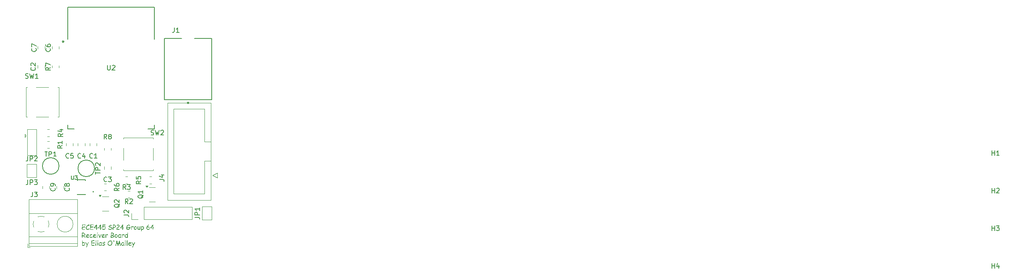
<source format=gto>
%TF.GenerationSoftware,KiCad,Pcbnew,8.0.1*%
%TF.CreationDate,2024-04-01T15:32:46-05:00*%
%TF.ProjectId,ece445_headset,65636534-3435-45f6-9865-61647365742e,rev?*%
%TF.SameCoordinates,Original*%
%TF.FileFunction,Legend,Top*%
%TF.FilePolarity,Positive*%
%FSLAX46Y46*%
G04 Gerber Fmt 4.6, Leading zero omitted, Abs format (unit mm)*
G04 Created by KiCad (PCBNEW 8.0.1) date 2024-04-01 15:32:46*
%MOMM*%
%LPD*%
G01*
G04 APERTURE LIST*
%ADD10C,0.100000*%
%ADD11C,0.150000*%
%ADD12C,0.120000*%
%ADD13C,0.127000*%
%ADD14C,0.200000*%
%ADD15C,0.300000*%
%ADD16C,0.152400*%
G04 APERTURE END LIST*
D10*
G36*
X85265945Y-86532107D02*
G01*
X85244696Y-86529176D01*
X85194325Y-86518136D01*
X85144725Y-86509808D01*
X85095897Y-86504192D01*
X85041038Y-86501093D01*
X85020725Y-86500844D01*
X84969561Y-86502340D01*
X84918452Y-86506408D01*
X84897871Y-86508660D01*
X84846420Y-86515506D01*
X84796722Y-86523834D01*
X84754256Y-86532107D01*
X84759355Y-86582442D01*
X84760362Y-86609043D01*
X84759630Y-86665265D01*
X84757786Y-86722348D01*
X84755313Y-86777137D01*
X84752623Y-86826926D01*
X84749360Y-86880472D01*
X84748639Y-86891632D01*
X85049546Y-86859881D01*
X85102672Y-86853980D01*
X85151394Y-86849012D01*
X85200493Y-86845108D01*
X85212456Y-86844738D01*
X85259084Y-86860585D01*
X85263014Y-86864033D01*
X85283592Y-86909395D01*
X85283775Y-86915324D01*
X85267960Y-86964112D01*
X85220516Y-86985422D01*
X85057117Y-87001053D01*
X84739846Y-87032316D01*
X84736935Y-87083802D01*
X84735205Y-87121709D01*
X84733736Y-87172237D01*
X84733496Y-87200355D01*
X84734268Y-87251234D01*
X84737703Y-87305823D01*
X84746912Y-87356156D01*
X84755478Y-87373279D01*
X84805433Y-87389231D01*
X84857797Y-87391824D01*
X84863433Y-87391842D01*
X84912720Y-87391842D01*
X84965752Y-87391842D01*
X84991416Y-87391842D01*
X85040742Y-87391842D01*
X85092598Y-87391842D01*
X85120376Y-87391842D01*
X85160676Y-87384026D01*
X85200732Y-87376210D01*
X85250487Y-87390095D01*
X85272877Y-87435787D01*
X85273517Y-87448750D01*
X85258923Y-87495706D01*
X85215143Y-87519337D01*
X85160126Y-87526292D01*
X85104102Y-87529628D01*
X85055254Y-87531238D01*
X84999048Y-87532204D01*
X84948786Y-87532513D01*
X84935484Y-87532526D01*
X84884625Y-87531663D01*
X84827758Y-87528159D01*
X84778346Y-87521960D01*
X84728889Y-87510964D01*
X84679644Y-87490264D01*
X84662177Y-87477327D01*
X84633326Y-87437515D01*
X84614843Y-87386652D01*
X84604024Y-87331147D01*
X84598550Y-87276498D01*
X84596489Y-87227283D01*
X84596231Y-87200844D01*
X84596849Y-87149659D01*
X84598185Y-87106322D01*
X84600514Y-87056466D01*
X84603172Y-87006737D01*
X84603803Y-86995680D01*
X84596231Y-86962707D01*
X84609176Y-86921674D01*
X84613116Y-86863253D01*
X84616389Y-86809804D01*
X84619434Y-86752231D01*
X84621518Y-86701819D01*
X84622733Y-86652055D01*
X84622854Y-86633712D01*
X84619007Y-86583291D01*
X84616015Y-86560683D01*
X84610305Y-86511522D01*
X84609176Y-86487411D01*
X84618827Y-86438444D01*
X84658036Y-86409016D01*
X84677808Y-86407055D01*
X84724763Y-86421008D01*
X84727390Y-86422930D01*
X84777951Y-86404789D01*
X84826747Y-86389748D01*
X84878384Y-86376784D01*
X84882972Y-86375792D01*
X84932308Y-86366892D01*
X84983760Y-86361396D01*
X85020725Y-86360160D01*
X85071286Y-86361102D01*
X85127615Y-86364720D01*
X85179204Y-86371051D01*
X85233400Y-86381867D01*
X85281144Y-86396376D01*
X85287438Y-86398750D01*
X85325778Y-86429825D01*
X85333356Y-86462498D01*
X85315526Y-86509637D01*
X85271403Y-86531909D01*
X85265945Y-86532107D01*
G37*
G36*
X86132763Y-86688422D02*
G01*
X86086395Y-86668864D01*
X86066817Y-86638353D01*
X86041672Y-86595397D01*
X86031158Y-86586329D01*
X85982554Y-86579352D01*
X85959595Y-86579002D01*
X85908502Y-86588817D01*
X85861517Y-86613509D01*
X85819551Y-86646637D01*
X85783386Y-86682678D01*
X85746135Y-86726388D01*
X85738555Y-86736050D01*
X85709092Y-86775378D01*
X85674316Y-86827215D01*
X85644692Y-86878365D01*
X85620220Y-86928827D01*
X85600900Y-86978603D01*
X85586732Y-87027692D01*
X85577716Y-87076094D01*
X85573691Y-87135631D01*
X85578193Y-87184985D01*
X85593754Y-87235064D01*
X85620429Y-87280135D01*
X85630600Y-87292679D01*
X85669445Y-87328486D01*
X85713013Y-87351030D01*
X85761303Y-87360313D01*
X85771528Y-87360579D01*
X85824605Y-87355667D01*
X85873500Y-87342536D01*
X85913677Y-87325652D01*
X85956647Y-87301002D01*
X86001822Y-87271335D01*
X86035799Y-87247739D01*
X86078885Y-87223185D01*
X86094905Y-87219895D01*
X86140447Y-87237948D01*
X86144242Y-87241877D01*
X86164192Y-87287143D01*
X86164270Y-87290481D01*
X86145665Y-87336372D01*
X86138136Y-87343726D01*
X86092761Y-87380649D01*
X86047247Y-87412648D01*
X86001597Y-87439725D01*
X85955809Y-87461878D01*
X85909884Y-87479109D01*
X85852284Y-87493724D01*
X85794469Y-87500647D01*
X85771284Y-87501263D01*
X85719523Y-87497338D01*
X85670854Y-87485566D01*
X85625276Y-87465946D01*
X85582789Y-87438477D01*
X85543393Y-87403160D01*
X85530949Y-87389644D01*
X85498743Y-87347778D01*
X85473200Y-87303147D01*
X85454321Y-87255752D01*
X85442105Y-87205591D01*
X85436553Y-87152666D01*
X85436182Y-87134410D01*
X85439232Y-87074750D01*
X85448379Y-87014716D01*
X85463625Y-86954307D01*
X85484970Y-86893525D01*
X85504980Y-86847693D01*
X85528421Y-86801651D01*
X85555292Y-86755398D01*
X85585594Y-86708935D01*
X85619326Y-86662261D01*
X85631332Y-86646657D01*
X85672045Y-86597827D01*
X85712848Y-86555508D01*
X85753744Y-86519700D01*
X85794731Y-86490403D01*
X85846093Y-86462936D01*
X85897599Y-86445642D01*
X85949248Y-86438521D01*
X85959595Y-86438318D01*
X86009690Y-86440414D01*
X86019923Y-86441493D01*
X86067306Y-86451263D01*
X86109383Y-86424947D01*
X86129832Y-86422686D01*
X86175418Y-86446252D01*
X86189672Y-86483014D01*
X86197185Y-86534706D01*
X86200276Y-86586455D01*
X86200662Y-86614905D01*
X86185519Y-86662533D01*
X86143067Y-86687790D01*
X86132763Y-86688422D01*
G37*
G36*
X86983461Y-86532107D02*
G01*
X86962212Y-86529176D01*
X86911841Y-86518136D01*
X86862241Y-86509808D01*
X86813413Y-86504192D01*
X86758553Y-86501093D01*
X86738241Y-86500844D01*
X86687077Y-86502340D01*
X86635967Y-86506408D01*
X86615387Y-86508660D01*
X86563936Y-86515506D01*
X86514237Y-86523834D01*
X86471772Y-86532107D01*
X86476870Y-86582442D01*
X86477878Y-86609043D01*
X86477145Y-86665265D01*
X86475302Y-86722348D01*
X86472829Y-86777137D01*
X86470139Y-86826926D01*
X86466876Y-86880472D01*
X86466154Y-86891632D01*
X86767062Y-86859881D01*
X86820188Y-86853980D01*
X86868910Y-86849012D01*
X86918009Y-86845108D01*
X86929972Y-86844738D01*
X86976599Y-86860585D01*
X86980530Y-86864033D01*
X87001108Y-86909395D01*
X87001290Y-86915324D01*
X86985476Y-86964112D01*
X86938032Y-86985422D01*
X86774633Y-87001053D01*
X86457362Y-87032316D01*
X86454451Y-87083802D01*
X86452721Y-87121709D01*
X86451252Y-87172237D01*
X86451011Y-87200355D01*
X86451784Y-87251234D01*
X86455219Y-87305823D01*
X86464428Y-87356156D01*
X86472993Y-87373279D01*
X86522949Y-87389231D01*
X86575312Y-87391824D01*
X86580949Y-87391842D01*
X86630236Y-87391842D01*
X86683267Y-87391842D01*
X86708932Y-87391842D01*
X86758257Y-87391842D01*
X86810114Y-87391842D01*
X86837892Y-87391842D01*
X86878192Y-87384026D01*
X86918248Y-87376210D01*
X86968003Y-87390095D01*
X86990393Y-87435787D01*
X86991032Y-87448750D01*
X86976439Y-87495706D01*
X86932658Y-87519337D01*
X86877642Y-87526292D01*
X86821617Y-87529628D01*
X86772770Y-87531238D01*
X86716564Y-87532204D01*
X86666302Y-87532513D01*
X86653000Y-87532526D01*
X86602140Y-87531663D01*
X86545274Y-87528159D01*
X86495861Y-87521960D01*
X86446405Y-87510964D01*
X86397160Y-87490264D01*
X86379692Y-87477327D01*
X86350841Y-87437515D01*
X86332358Y-87386652D01*
X86321539Y-87331147D01*
X86316065Y-87276498D01*
X86314004Y-87227283D01*
X86313747Y-87200844D01*
X86314365Y-87149659D01*
X86315701Y-87106322D01*
X86318030Y-87056466D01*
X86320688Y-87006737D01*
X86321318Y-86995680D01*
X86313747Y-86962707D01*
X86326692Y-86921674D01*
X86330632Y-86863253D01*
X86333905Y-86809804D01*
X86336950Y-86752231D01*
X86339034Y-86701819D01*
X86340249Y-86652055D01*
X86340369Y-86633712D01*
X86336523Y-86583291D01*
X86333531Y-86560683D01*
X86327820Y-86511522D01*
X86326692Y-86487411D01*
X86336343Y-86438444D01*
X86375552Y-86409016D01*
X86395324Y-86407055D01*
X86442279Y-86421008D01*
X86444905Y-86422930D01*
X86495466Y-86404789D01*
X86544263Y-86389748D01*
X86595900Y-86376784D01*
X86600488Y-86375792D01*
X86649824Y-86366892D01*
X86701275Y-86361396D01*
X86738241Y-86360160D01*
X86788802Y-86361102D01*
X86845131Y-86364720D01*
X86896719Y-86371051D01*
X86950915Y-86381867D01*
X86998660Y-86396376D01*
X87004954Y-86398750D01*
X87043294Y-86429825D01*
X87050872Y-86462498D01*
X87033042Y-86509637D01*
X86988918Y-86531909D01*
X86983461Y-86532107D01*
G37*
G36*
X87726666Y-86402589D02*
G01*
X87753364Y-86446988D01*
X87754047Y-86459078D01*
X87754047Y-87032316D01*
X87782135Y-87031584D01*
X87831432Y-87035020D01*
X87880853Y-87051850D01*
X87908158Y-87094696D01*
X87908653Y-87103391D01*
X87892115Y-87149982D01*
X87856385Y-87169337D01*
X87805533Y-87173744D01*
X87754047Y-87173000D01*
X87754047Y-87422861D01*
X87738415Y-87469938D01*
X87691521Y-87485631D01*
X87644396Y-87469628D01*
X87621295Y-87421619D01*
X87618736Y-87388667D01*
X87620202Y-87354717D01*
X87621667Y-87324675D01*
X87620935Y-87173000D01*
X87317829Y-87164452D01*
X87264687Y-87163760D01*
X87215778Y-87161104D01*
X87187404Y-87157369D01*
X87140509Y-87139722D01*
X87124877Y-87107787D01*
X87141181Y-87059497D01*
X87160026Y-87032316D01*
X87334438Y-87032316D01*
X87620935Y-87032316D01*
X87620935Y-86586817D01*
X87587248Y-86641283D01*
X87554975Y-86693120D01*
X87524114Y-86742330D01*
X87494665Y-86788913D01*
X87466629Y-86832868D01*
X87440005Y-86874196D01*
X87406704Y-86925212D01*
X87375914Y-86971557D01*
X87347635Y-87013231D01*
X87334438Y-87032316D01*
X87160026Y-87032316D01*
X87162735Y-87028408D01*
X87221842Y-86957090D01*
X87559630Y-86456392D01*
X87594252Y-86419403D01*
X87638605Y-86396562D01*
X87676378Y-86391423D01*
X87726666Y-86402589D01*
G37*
G36*
X88580539Y-86402589D02*
G01*
X88607237Y-86446988D01*
X88607920Y-86459078D01*
X88607920Y-87032316D01*
X88636008Y-87031584D01*
X88685305Y-87035020D01*
X88734726Y-87051850D01*
X88762031Y-87094696D01*
X88762526Y-87103391D01*
X88745988Y-87149982D01*
X88710258Y-87169337D01*
X88659406Y-87173744D01*
X88607920Y-87173000D01*
X88607920Y-87422861D01*
X88592288Y-87469938D01*
X88545394Y-87485631D01*
X88498269Y-87469628D01*
X88475168Y-87421619D01*
X88472609Y-87388667D01*
X88474075Y-87354717D01*
X88475540Y-87324675D01*
X88474808Y-87173000D01*
X88171702Y-87164452D01*
X88118560Y-87163760D01*
X88069651Y-87161104D01*
X88041277Y-87157369D01*
X87994382Y-87139722D01*
X87978750Y-87107787D01*
X87995054Y-87059497D01*
X88013899Y-87032316D01*
X88188311Y-87032316D01*
X88474808Y-87032316D01*
X88474808Y-86586817D01*
X88441121Y-86641283D01*
X88408848Y-86693120D01*
X88377987Y-86742330D01*
X88348538Y-86788913D01*
X88320502Y-86832868D01*
X88293878Y-86874196D01*
X88260577Y-86925212D01*
X88229787Y-86971557D01*
X88201508Y-87013231D01*
X88188311Y-87032316D01*
X88013899Y-87032316D01*
X88016608Y-87028408D01*
X88075715Y-86957090D01*
X88413503Y-86456392D01*
X88448125Y-86419403D01*
X88492478Y-86396562D01*
X88530251Y-86391423D01*
X88580539Y-86402589D01*
G37*
G36*
X89185554Y-87501263D02*
G01*
X89127157Y-87497721D01*
X89073780Y-87487095D01*
X89025424Y-87469385D01*
X88982089Y-87444591D01*
X88943774Y-87412713D01*
X88910481Y-87373751D01*
X88898569Y-87356182D01*
X88886113Y-87317592D01*
X88906054Y-87272170D01*
X88907362Y-87270942D01*
X88952141Y-87251235D01*
X88955478Y-87251158D01*
X89000963Y-87271328D01*
X89008967Y-87279490D01*
X89042723Y-87314937D01*
X89063921Y-87332247D01*
X89109202Y-87351614D01*
X89157837Y-87359583D01*
X89185554Y-87360579D01*
X89235641Y-87356441D01*
X89288104Y-87341581D01*
X89335468Y-87315912D01*
X89377734Y-87279436D01*
X89382658Y-87274117D01*
X89415463Y-87230748D01*
X89438895Y-87183197D01*
X89452954Y-87131464D01*
X89457568Y-87082766D01*
X89457641Y-87075547D01*
X89455033Y-87024551D01*
X89446017Y-86974596D01*
X89428661Y-86927799D01*
X89424668Y-86920209D01*
X89393599Y-86880410D01*
X89349009Y-86853656D01*
X89299006Y-86844812D01*
X89293510Y-86844738D01*
X89242150Y-86847554D01*
X89191781Y-86857959D01*
X89173342Y-86864766D01*
X89131345Y-86889813D01*
X89098360Y-86919232D01*
X89023621Y-87001297D01*
X88981401Y-87029287D01*
X88961828Y-87032316D01*
X88916147Y-87013521D01*
X88914933Y-87012288D01*
X88895901Y-86965920D01*
X88895882Y-86964173D01*
X88899757Y-86913167D01*
X88904909Y-86858861D01*
X88906873Y-86838876D01*
X88912311Y-86785868D01*
X88918090Y-86726283D01*
X88922735Y-86674117D01*
X88926813Y-86621309D01*
X88929714Y-86567515D01*
X88930076Y-86547739D01*
X88920247Y-86499416D01*
X88918108Y-86494005D01*
X88906140Y-86450774D01*
X88937171Y-86412867D01*
X88978192Y-86407787D01*
X89019713Y-86410230D01*
X89061479Y-86412672D01*
X89111243Y-86412001D01*
X89161630Y-86410615D01*
X89180914Y-86409986D01*
X89230979Y-86408317D01*
X89281175Y-86407195D01*
X89300593Y-86407055D01*
X89349883Y-86408258D01*
X89356769Y-86408520D01*
X89406917Y-86409711D01*
X89413189Y-86409741D01*
X89450802Y-86404612D01*
X89488171Y-86399483D01*
X89534022Y-86417362D01*
X89535310Y-86418534D01*
X89556071Y-86462009D01*
X89533161Y-86506362D01*
X89485911Y-86526193D01*
X89431343Y-86533656D01*
X89393161Y-86534794D01*
X89343659Y-86533720D01*
X89339672Y-86533572D01*
X89300593Y-86532107D01*
X89184333Y-86534305D01*
X89068318Y-86537969D01*
X89064746Y-86587520D01*
X89059363Y-86639011D01*
X89052814Y-86696393D01*
X89045992Y-86753551D01*
X89042916Y-86778792D01*
X89087048Y-86749671D01*
X89137164Y-86727702D01*
X89184883Y-86714564D01*
X89236998Y-86706681D01*
X89293510Y-86704054D01*
X89347689Y-86708167D01*
X89396836Y-86720506D01*
X89447815Y-86745298D01*
X89491945Y-86781287D01*
X89524319Y-86821046D01*
X89550586Y-86867143D01*
X89570401Y-86918452D01*
X89582250Y-86966581D01*
X89589360Y-87018539D01*
X89591730Y-87074326D01*
X89589083Y-87130219D01*
X89581140Y-87182952D01*
X89567902Y-87232525D01*
X89549369Y-87278937D01*
X89525541Y-87322188D01*
X89496418Y-87362280D01*
X89483286Y-87377431D01*
X89446265Y-87413105D01*
X89405725Y-87442733D01*
X89361667Y-87466314D01*
X89314091Y-87483849D01*
X89262997Y-87495337D01*
X89208384Y-87500779D01*
X89185554Y-87501263D01*
G37*
G36*
X90163747Y-87286573D02*
G01*
X90182040Y-87239628D01*
X90183286Y-87238457D01*
X90229454Y-87219967D01*
X90233112Y-87219895D01*
X90278999Y-87240503D01*
X90292219Y-87256531D01*
X90323352Y-87296159D01*
X90354745Y-87323942D01*
X90401140Y-87344801D01*
X90454186Y-87356250D01*
X90504077Y-87360257D01*
X90524494Y-87360579D01*
X90576792Y-87357953D01*
X90627198Y-87350076D01*
X90675710Y-87336948D01*
X90722330Y-87318569D01*
X90767821Y-87292943D01*
X90806129Y-87258734D01*
X90831782Y-87213972D01*
X90839078Y-87168604D01*
X90827476Y-87118153D01*
X90796793Y-87079150D01*
X90752782Y-87049636D01*
X90740893Y-87043796D01*
X90691071Y-87024418D01*
X90641562Y-87012026D01*
X90587138Y-87004184D01*
X90535484Y-87001053D01*
X90483262Y-86996504D01*
X90435040Y-86987009D01*
X90385570Y-86970416D01*
X90350593Y-86953182D01*
X90307957Y-86921949D01*
X90274553Y-86879587D01*
X90256566Y-86829574D01*
X90253140Y-86791981D01*
X90259778Y-86738929D01*
X90279694Y-86687910D01*
X90307331Y-86645798D01*
X90344723Y-86605180D01*
X90383335Y-86572474D01*
X90391870Y-86566057D01*
X90433529Y-86538263D01*
X90484088Y-86511130D01*
X90535264Y-86490779D01*
X90587059Y-86477212D01*
X90639472Y-86470429D01*
X90665910Y-86469581D01*
X90718323Y-86473050D01*
X90770593Y-86482325D01*
X90816364Y-86494249D01*
X90864983Y-86511362D01*
X90909153Y-86538530D01*
X90927494Y-86576071D01*
X90913917Y-86623054D01*
X90865701Y-86641528D01*
X90815173Y-86635326D01*
X90769469Y-86625652D01*
X90718784Y-86615336D01*
X90667832Y-86610239D01*
X90662979Y-86610265D01*
X90611490Y-86613699D01*
X90558345Y-86624315D01*
X90510262Y-86642078D01*
X90481018Y-86657892D01*
X90440446Y-86689510D01*
X90411595Y-86732741D01*
X90404082Y-86773175D01*
X90429483Y-86816894D01*
X90476416Y-86838167D01*
X90505687Y-86845471D01*
X90556688Y-86852758D01*
X90607922Y-86857319D01*
X90651988Y-86860369D01*
X90708560Y-86867428D01*
X90760306Y-86879810D01*
X90807227Y-86897515D01*
X90855868Y-86924901D01*
X90897941Y-86959532D01*
X90933417Y-87001771D01*
X90958757Y-87048375D01*
X90973961Y-87099346D01*
X90979030Y-87154682D01*
X90975338Y-87204287D01*
X90961165Y-87259562D01*
X90936361Y-87310200D01*
X90900926Y-87356202D01*
X90863277Y-87390995D01*
X90827843Y-87416510D01*
X90777190Y-87445313D01*
X90723601Y-87468156D01*
X90676700Y-87482640D01*
X90627760Y-87492986D01*
X90576780Y-87499193D01*
X90523761Y-87501263D01*
X90469747Y-87498913D01*
X90417766Y-87491866D01*
X90367819Y-87480120D01*
X90319906Y-87463676D01*
X90293440Y-87452170D01*
X90249960Y-87427967D01*
X90210411Y-87395736D01*
X90179953Y-87353635D01*
X90165219Y-87305916D01*
X90163747Y-87286573D01*
G37*
G36*
X91429951Y-86411040D02*
G01*
X91482703Y-86422996D01*
X91533936Y-86442923D01*
X91583649Y-86470821D01*
X91611374Y-86490341D01*
X91652461Y-86526185D01*
X91685048Y-86564656D01*
X91712321Y-86612860D01*
X91728024Y-86664640D01*
X91732274Y-86711870D01*
X91729120Y-86761967D01*
X91717007Y-86817723D01*
X91695810Y-86868722D01*
X91665527Y-86914964D01*
X91626160Y-86956449D01*
X91603070Y-86975408D01*
X91558107Y-87005372D01*
X91509865Y-87029137D01*
X91458342Y-87046703D01*
X91403539Y-87058069D01*
X91345456Y-87063235D01*
X91325366Y-87063579D01*
X91274286Y-87058911D01*
X91241591Y-87054542D01*
X91239497Y-87109557D01*
X91238112Y-87169102D01*
X91237246Y-87227461D01*
X91236742Y-87279866D01*
X91236406Y-87337355D01*
X91236238Y-87399927D01*
X91236217Y-87433119D01*
X91219484Y-87480249D01*
X91218387Y-87481479D01*
X91173691Y-87501263D01*
X91128262Y-87482456D01*
X91110432Y-87436050D01*
X91110432Y-87234305D01*
X91111211Y-87178740D01*
X91113169Y-87121705D01*
X91115797Y-87066568D01*
X91118655Y-87016212D01*
X91122122Y-86961848D01*
X91122889Y-86950495D01*
X91125283Y-86914836D01*
X91249895Y-86914836D01*
X91325366Y-86922896D01*
X91374167Y-86920359D01*
X91425676Y-86911250D01*
X91472635Y-86895515D01*
X91520027Y-86869895D01*
X91557855Y-86838525D01*
X91587491Y-86797139D01*
X91603450Y-86749301D01*
X91606489Y-86713824D01*
X91594915Y-86664330D01*
X91563968Y-86623728D01*
X91524180Y-86593900D01*
X91480269Y-86571586D01*
X91429351Y-86555357D01*
X91376190Y-86548144D01*
X91359804Y-86547739D01*
X91310569Y-86548741D01*
X91306071Y-86548960D01*
X91265771Y-86552623D01*
X91264305Y-86667173D01*
X91249895Y-86914836D01*
X91125283Y-86914836D01*
X91126865Y-86891267D01*
X91130244Y-86837537D01*
X91133513Y-86780319D01*
X91135923Y-86731017D01*
X91137801Y-86677597D01*
X91138032Y-86666441D01*
X91138032Y-86571674D01*
X91139402Y-86522633D01*
X91146336Y-86473000D01*
X91171127Y-86429647D01*
X91213747Y-86420732D01*
X91263882Y-86411626D01*
X91276029Y-86410474D01*
X91327514Y-86407709D01*
X91375680Y-86407055D01*
X91429951Y-86411040D01*
G37*
G36*
X92463049Y-87470000D02*
G01*
X92414445Y-87462184D01*
X92366817Y-87454368D01*
X92316199Y-87455295D01*
X92265896Y-87457119D01*
X92261549Y-87457299D01*
X92210436Y-87459197D01*
X92160627Y-87460218D01*
X92156036Y-87460230D01*
X92106973Y-87462539D01*
X92076657Y-87465115D01*
X92025695Y-87469065D01*
X91997278Y-87470000D01*
X91975296Y-87467313D01*
X91953314Y-87464382D01*
X91906965Y-87445968D01*
X91891521Y-87417243D01*
X91884027Y-87367036D01*
X91883217Y-87333224D01*
X91885345Y-87283737D01*
X91893520Y-87228714D01*
X91907825Y-87178447D01*
X91928261Y-87132938D01*
X91959852Y-87085856D01*
X91970411Y-87073593D01*
X92008531Y-87038841D01*
X92050968Y-87005858D01*
X92097668Y-86971912D01*
X92143866Y-86939622D01*
X92185589Y-86911172D01*
X92230606Y-86879878D01*
X92271507Y-86848979D01*
X92309992Y-86814873D01*
X92316748Y-86807613D01*
X92347917Y-86764837D01*
X92367542Y-86717720D01*
X92375623Y-86666262D01*
X92375854Y-86655450D01*
X92357848Y-86609631D01*
X92318946Y-86578269D01*
X92272259Y-86556355D01*
X92223525Y-86547768D01*
X92220516Y-86547739D01*
X92170284Y-86553906D01*
X92121987Y-86572408D01*
X92100348Y-86585108D01*
X92002163Y-86664487D01*
X91958226Y-86688212D01*
X91954780Y-86688422D01*
X91906360Y-86677109D01*
X91884018Y-86632952D01*
X91883949Y-86629316D01*
X91899900Y-86582316D01*
X91910083Y-86571186D01*
X91948933Y-86534351D01*
X91989464Y-86499444D01*
X92030556Y-86468771D01*
X92049546Y-86456636D01*
X92096644Y-86432668D01*
X92144514Y-86416545D01*
X92193158Y-86408265D01*
X92220516Y-86407055D01*
X92274692Y-86410947D01*
X92325846Y-86422625D01*
X92373977Y-86442088D01*
X92419085Y-86469337D01*
X92457058Y-86501909D01*
X92489034Y-86543801D01*
X92508830Y-86590669D01*
X92516443Y-86642513D01*
X92516538Y-86649344D01*
X92513722Y-86699673D01*
X92504314Y-86750785D01*
X92496510Y-86776838D01*
X92477010Y-86822416D01*
X92450657Y-86864688D01*
X92436182Y-86883084D01*
X92401552Y-86918433D01*
X92361298Y-86951768D01*
X92318763Y-86982414D01*
X92276871Y-87009780D01*
X92261793Y-87019127D01*
X92216458Y-87047721D01*
X92171447Y-87077651D01*
X92130395Y-87107334D01*
X92092044Y-87140272D01*
X92058797Y-87181304D01*
X92035258Y-87226489D01*
X92021427Y-87275826D01*
X92017306Y-87329316D01*
X92158722Y-87319790D01*
X92210391Y-87317715D01*
X92263292Y-87315837D01*
X92314018Y-87314406D01*
X92366817Y-87313684D01*
X92417681Y-87318264D01*
X92465736Y-87332002D01*
X92507977Y-87357020D01*
X92527529Y-87399902D01*
X92511214Y-87446041D01*
X92508967Y-87448750D01*
X92464750Y-87469979D01*
X92463049Y-87470000D01*
G37*
G36*
X93259254Y-86402589D02*
G01*
X93285953Y-86446988D01*
X93286636Y-86459078D01*
X93286636Y-87032316D01*
X93314724Y-87031584D01*
X93364021Y-87035020D01*
X93413442Y-87051850D01*
X93440747Y-87094696D01*
X93441242Y-87103391D01*
X93424704Y-87149982D01*
X93388974Y-87169337D01*
X93338122Y-87173744D01*
X93286636Y-87173000D01*
X93286636Y-87422861D01*
X93271004Y-87469938D01*
X93224110Y-87485631D01*
X93176985Y-87469628D01*
X93153884Y-87421619D01*
X93151325Y-87388667D01*
X93152791Y-87354717D01*
X93154256Y-87324675D01*
X93153524Y-87173000D01*
X92850418Y-87164452D01*
X92797276Y-87163760D01*
X92748367Y-87161104D01*
X92719993Y-87157369D01*
X92673098Y-87139722D01*
X92657466Y-87107787D01*
X92673770Y-87059497D01*
X92692615Y-87032316D01*
X92867027Y-87032316D01*
X93153524Y-87032316D01*
X93153524Y-86586817D01*
X93119837Y-86641283D01*
X93087564Y-86693120D01*
X93056703Y-86742330D01*
X93027254Y-86788913D01*
X92999218Y-86832868D01*
X92972594Y-86874196D01*
X92939293Y-86925212D01*
X92908503Y-86971557D01*
X92880224Y-87013231D01*
X92867027Y-87032316D01*
X92692615Y-87032316D01*
X92695324Y-87028408D01*
X92754431Y-86957090D01*
X93092219Y-86456392D01*
X93126841Y-86419403D01*
X93171194Y-86396562D01*
X93208967Y-86391423D01*
X93259254Y-86402589D01*
G37*
G36*
X94789462Y-87040621D02*
G01*
X94777368Y-87091755D01*
X94762336Y-87140256D01*
X94744365Y-87186124D01*
X94717769Y-87239756D01*
X94686582Y-87289274D01*
X94650803Y-87334677D01*
X94610432Y-87375966D01*
X94566644Y-87412062D01*
X94520458Y-87442040D01*
X94471876Y-87465901D01*
X94420896Y-87483643D01*
X94367519Y-87495267D01*
X94311745Y-87500773D01*
X94288764Y-87501263D01*
X94238010Y-87499026D01*
X94182552Y-87490440D01*
X94133035Y-87475413D01*
X94082776Y-87449743D01*
X94040605Y-87415307D01*
X94035240Y-87409672D01*
X94002312Y-87365111D01*
X93980525Y-87319939D01*
X93964679Y-87268328D01*
X93954776Y-87210276D01*
X93951062Y-87156980D01*
X93950732Y-87134410D01*
X93952783Y-87080121D01*
X93958937Y-87025331D01*
X93969194Y-86970040D01*
X93983552Y-86914248D01*
X94002014Y-86857955D01*
X94024578Y-86801161D01*
X94034752Y-86778304D01*
X94056562Y-86733611D01*
X94085918Y-86680847D01*
X94117599Y-86631530D01*
X94151606Y-86585659D01*
X94187938Y-86543235D01*
X94226596Y-86504258D01*
X94250907Y-86482526D01*
X94295512Y-86449507D01*
X94341399Y-86425922D01*
X94388568Y-86411772D01*
X94437020Y-86407055D01*
X94489513Y-86412756D01*
X94541810Y-86426218D01*
X94589247Y-86442689D01*
X94601884Y-86447599D01*
X94650610Y-86469354D01*
X94695673Y-86498768D01*
X94724982Y-86540510D01*
X94726936Y-86555066D01*
X94708689Y-86601663D01*
X94706175Y-86604403D01*
X94662169Y-86625707D01*
X94656838Y-86625896D01*
X94614340Y-86609288D01*
X94569874Y-86585305D01*
X94522949Y-86565109D01*
X94475122Y-86551585D01*
X94437020Y-86547739D01*
X94387686Y-86559062D01*
X94343280Y-86587195D01*
X94329309Y-86599274D01*
X94294870Y-86635727D01*
X94261028Y-86676932D01*
X94248220Y-86693307D01*
X94211011Y-86744407D01*
X94178763Y-86796591D01*
X94151477Y-86849859D01*
X94129152Y-86904211D01*
X94111787Y-86959646D01*
X94099385Y-87016166D01*
X94091943Y-87073769D01*
X94089462Y-87132456D01*
X94091367Y-87183269D01*
X94098210Y-87232584D01*
X94113761Y-87281089D01*
X94129274Y-87306357D01*
X94167624Y-87337227D01*
X94217465Y-87354172D01*
X94267608Y-87360102D01*
X94288764Y-87360579D01*
X94340970Y-87356874D01*
X94390091Y-87345759D01*
X94436126Y-87327235D01*
X94479075Y-87301300D01*
X94502233Y-87283154D01*
X94541255Y-87243766D01*
X94574761Y-87197622D01*
X94599090Y-87152694D01*
X94619366Y-87102802D01*
X94635589Y-87047948D01*
X94577461Y-87052124D01*
X94521992Y-87058853D01*
X94469183Y-87068134D01*
X94419034Y-87079967D01*
X94371543Y-87094352D01*
X94318066Y-87114983D01*
X94309525Y-87118778D01*
X94278506Y-87126106D01*
X94232238Y-87105846D01*
X94228436Y-87101437D01*
X94210037Y-87054692D01*
X94209874Y-87049169D01*
X94227075Y-87001932D01*
X94246266Y-86985422D01*
X94297849Y-86962906D01*
X94346681Y-86947640D01*
X94402236Y-86934818D01*
X94464516Y-86924437D01*
X94515639Y-86918255D01*
X94570544Y-86913446D01*
X94629232Y-86910012D01*
X94691702Y-86907951D01*
X94757955Y-86907264D01*
X94804781Y-86924652D01*
X94807292Y-86927048D01*
X94827242Y-86973158D01*
X94827320Y-86976873D01*
X94811016Y-87024382D01*
X94789462Y-87040621D01*
G37*
G36*
X95477983Y-86948053D02*
G01*
X95467669Y-86996027D01*
X95431186Y-87029354D01*
X95409351Y-87032316D01*
X95363231Y-87013360D01*
X95350244Y-86965150D01*
X95348046Y-86917522D01*
X95346092Y-86860369D01*
X95294556Y-86869040D01*
X95243002Y-86884049D01*
X95198248Y-86904623D01*
X95172191Y-86921430D01*
X95132636Y-86957498D01*
X95100884Y-86999554D01*
X95075734Y-87044949D01*
X95070586Y-87056008D01*
X95072051Y-87431898D01*
X95059055Y-87479315D01*
X95012374Y-87500992D01*
X95004152Y-87501263D01*
X94956889Y-87481824D01*
X94943579Y-87432386D01*
X94943579Y-86954647D01*
X94944708Y-86903299D01*
X94945289Y-86887236D01*
X94946797Y-86837929D01*
X94946999Y-86819825D01*
X94960308Y-86770387D01*
X95007571Y-86750949D01*
X95053626Y-86771659D01*
X95071971Y-86816988D01*
X95075471Y-86859148D01*
X95117390Y-86823474D01*
X95160717Y-86793847D01*
X95205451Y-86770265D01*
X95251593Y-86752731D01*
X95299141Y-86741243D01*
X95348097Y-86735801D01*
X95368073Y-86735317D01*
X95416678Y-86745636D01*
X95451116Y-86776594D01*
X95470926Y-86824293D01*
X95478042Y-86875744D01*
X95478715Y-86900669D01*
X95477983Y-86948053D01*
G37*
G36*
X95972620Y-86755354D02*
G01*
X96024045Y-86771627D01*
X96069112Y-86799893D01*
X96107820Y-86840149D01*
X96131577Y-86876245D01*
X96153455Y-86922554D01*
X96169724Y-86972790D01*
X96180383Y-87026953D01*
X96185054Y-87076503D01*
X96185799Y-87120000D01*
X96182404Y-87175406D01*
X96173686Y-87227688D01*
X96159644Y-87276843D01*
X96140278Y-87322874D01*
X96115588Y-87365778D01*
X96106175Y-87379385D01*
X96071193Y-87420805D01*
X96032193Y-87453654D01*
X95989173Y-87477935D01*
X95942136Y-87493645D01*
X95891079Y-87500787D01*
X95873168Y-87501263D01*
X95824263Y-87497195D01*
X95772121Y-87482587D01*
X95723978Y-87457353D01*
X95685134Y-87426559D01*
X95674598Y-87416266D01*
X95642968Y-87378619D01*
X95617503Y-87336387D01*
X95598203Y-87289570D01*
X95585068Y-87238167D01*
X95578098Y-87182179D01*
X95577145Y-87162498D01*
X95577165Y-87161765D01*
X95712700Y-87161765D01*
X95716989Y-87213693D01*
X95731815Y-87263324D01*
X95760356Y-87308110D01*
X95766922Y-87315150D01*
X95806413Y-87344563D01*
X95854712Y-87359470D01*
X95873412Y-87360579D01*
X95924119Y-87353332D01*
X95969262Y-87331590D01*
X95996266Y-87309043D01*
X96027383Y-87269435D01*
X96047767Y-87222051D01*
X96056935Y-87172757D01*
X96058060Y-87154926D01*
X96057953Y-87093377D01*
X96052747Y-87040010D01*
X96039071Y-86984807D01*
X96012143Y-86935440D01*
X95973743Y-86904482D01*
X95923872Y-86891934D01*
X95914445Y-86891632D01*
X95861240Y-86898950D01*
X95815106Y-86921454D01*
X95776043Y-86959143D01*
X95757397Y-86986643D01*
X95735790Y-87031502D01*
X95721255Y-87079800D01*
X95713791Y-87131536D01*
X95712700Y-87161765D01*
X95577165Y-87161765D01*
X95578711Y-87105734D01*
X95586339Y-87051581D01*
X95600029Y-87000038D01*
X95619781Y-86951106D01*
X95645595Y-86904783D01*
X95655547Y-86889923D01*
X95687398Y-86849886D01*
X95730514Y-86810800D01*
X95778972Y-86781485D01*
X95832770Y-86761942D01*
X95881682Y-86753120D01*
X95923482Y-86750949D01*
X95972620Y-86755354D01*
G37*
G36*
X96911933Y-87064312D02*
G01*
X96912073Y-87114842D01*
X96912380Y-87167269D01*
X96912665Y-87206461D01*
X96913019Y-87256019D01*
X96913295Y-87306410D01*
X96913398Y-87348611D01*
X96915596Y-87392819D01*
X96918039Y-87436782D01*
X96899243Y-87482049D01*
X96898011Y-87483189D01*
X96851199Y-87501245D01*
X96849406Y-87501263D01*
X96801991Y-87487120D01*
X96781995Y-87456566D01*
X96731686Y-87478172D01*
X96683463Y-87491442D01*
X96631943Y-87499124D01*
X96584159Y-87501263D01*
X96530988Y-87497446D01*
X96479443Y-87484433D01*
X96435170Y-87462184D01*
X96396571Y-87427955D01*
X96370438Y-87384375D01*
X96357501Y-87336643D01*
X96349832Y-87281879D01*
X96343462Y-87229023D01*
X96338392Y-87178076D01*
X96334623Y-87129036D01*
X96331815Y-87072708D01*
X96330879Y-87019127D01*
X96332502Y-86965304D01*
X96336669Y-86914055D01*
X96343401Y-86859600D01*
X96351395Y-86809323D01*
X96374544Y-86763775D01*
X96416608Y-86750949D01*
X96463434Y-86767049D01*
X96465945Y-86769267D01*
X96485953Y-86814615D01*
X96485973Y-86816406D01*
X96482443Y-86865866D01*
X96475959Y-86914591D01*
X96469634Y-86964082D01*
X96466227Y-87012866D01*
X96466189Y-87017418D01*
X96466663Y-87071120D01*
X96468082Y-87120854D01*
X96470811Y-87172061D01*
X96473761Y-87208415D01*
X96479832Y-87259294D01*
X96489240Y-87309898D01*
X96496231Y-87335910D01*
X96540928Y-87354228D01*
X96584159Y-87360579D01*
X96636765Y-87358299D01*
X96690994Y-87351460D01*
X96740560Y-87341553D01*
X96778576Y-87331758D01*
X96778087Y-87195226D01*
X96776622Y-87064801D01*
X96777077Y-87011735D01*
X96778442Y-86961349D01*
X96781186Y-86905950D01*
X96785168Y-86854198D01*
X96789567Y-86812742D01*
X96810022Y-86766397D01*
X96856245Y-86750949D01*
X96903071Y-86767263D01*
X96905582Y-86769511D01*
X96924389Y-86815429D01*
X96911933Y-87064312D01*
G37*
G36*
X97187927Y-86723349D02*
G01*
X97206245Y-86770244D01*
X97204291Y-86792958D01*
X97199406Y-86832037D01*
X97243153Y-86804480D01*
X97289226Y-86781060D01*
X97313468Y-86771221D01*
X97360618Y-86757363D01*
X97412214Y-86751028D01*
X97418492Y-86750949D01*
X97468678Y-86755448D01*
X97520500Y-86772071D01*
X97565076Y-86800942D01*
X97602406Y-86842062D01*
X97624633Y-86878932D01*
X97644714Y-86926398D01*
X97659862Y-86980105D01*
X97668921Y-87031107D01*
X97674357Y-87086694D01*
X97676118Y-87136519D01*
X97676168Y-87146866D01*
X97673369Y-87201955D01*
X97664971Y-87253284D01*
X97650975Y-87300851D01*
X97627570Y-87351593D01*
X97596545Y-87397215D01*
X97556873Y-87437757D01*
X97511802Y-87468341D01*
X97461330Y-87488968D01*
X97405460Y-87499637D01*
X97371109Y-87501263D01*
X97322308Y-87498665D01*
X97270275Y-87490873D01*
X97220167Y-87479281D01*
X97218702Y-87807787D01*
X97201958Y-87854671D01*
X97199651Y-87857124D01*
X97153127Y-87876401D01*
X97151290Y-87876420D01*
X97105352Y-87859246D01*
X97102930Y-87856880D01*
X97084197Y-87810369D01*
X97084124Y-87806566D01*
X97086078Y-87527397D01*
X97086078Y-87248960D01*
X97085122Y-87192660D01*
X97083719Y-87138249D01*
X97081870Y-87085727D01*
X97079575Y-87035095D01*
X97077292Y-86995191D01*
X97212595Y-86995191D01*
X97215129Y-87045508D01*
X97217232Y-87096624D01*
X97218907Y-87148538D01*
X97220152Y-87201252D01*
X97220967Y-87254765D01*
X97221354Y-87309077D01*
X97221388Y-87331025D01*
X97268228Y-87346610D01*
X97319698Y-87357087D01*
X97371109Y-87360579D01*
X97420883Y-87354186D01*
X97466488Y-87332389D01*
X97502512Y-87295122D01*
X97526325Y-87247517D01*
X97538499Y-87195552D01*
X97541591Y-87147110D01*
X97540130Y-87094192D01*
X97534882Y-87041240D01*
X97524417Y-86991268D01*
X97511060Y-86955380D01*
X97481095Y-86914106D01*
X97433696Y-86892628D01*
X97418736Y-86891632D01*
X97369394Y-86896389D01*
X97320855Y-86912150D01*
X97304675Y-86920453D01*
X97263459Y-86949396D01*
X97226216Y-86982163D01*
X97212595Y-86995191D01*
X97077292Y-86995191D01*
X97076332Y-86978411D01*
X97075819Y-86970523D01*
X97065561Y-86828862D01*
X97071203Y-86778149D01*
X97083391Y-86745331D01*
X97118418Y-86708931D01*
X97143230Y-86704054D01*
X97187927Y-86723349D01*
G37*
G36*
X98684579Y-86425163D02*
G01*
X98685868Y-86426350D01*
X98707296Y-86470382D01*
X98707362Y-86472023D01*
X98683356Y-86516753D01*
X98650040Y-86553160D01*
X98637264Y-86565812D01*
X98497069Y-86700390D01*
X98463814Y-86740576D01*
X98436537Y-86786205D01*
X98414398Y-86834291D01*
X98401570Y-86867941D01*
X98447650Y-86847854D01*
X98494508Y-86830488D01*
X98505861Y-86826908D01*
X98553428Y-86815692D01*
X98579623Y-86813475D01*
X98637253Y-86816429D01*
X98689612Y-86825290D01*
X98736698Y-86840059D01*
X98784969Y-86864756D01*
X98826064Y-86897494D01*
X98859563Y-86937453D01*
X98884835Y-86984028D01*
X98901878Y-87037217D01*
X98909938Y-87088073D01*
X98912037Y-87134166D01*
X98908774Y-87192263D01*
X98898985Y-87246204D01*
X98882671Y-87295990D01*
X98859830Y-87341619D01*
X98830464Y-87383093D01*
X98819225Y-87395994D01*
X98780654Y-87431769D01*
X98737480Y-87460142D01*
X98689704Y-87481114D01*
X98637325Y-87494683D01*
X98580344Y-87500851D01*
X98560327Y-87501263D01*
X98506618Y-87498126D01*
X98457536Y-87488717D01*
X98404745Y-87469145D01*
X98358617Y-87440540D01*
X98319153Y-87402901D01*
X98296545Y-87372791D01*
X98269232Y-87323251D01*
X98251160Y-87275412D01*
X98238016Y-87222610D01*
X98229802Y-87164845D01*
X98226721Y-87112916D01*
X98226448Y-87091179D01*
X98226621Y-87086782D01*
X98360537Y-87086782D01*
X98363117Y-87140379D01*
X98370856Y-87188815D01*
X98385730Y-87237139D01*
X98401814Y-87270209D01*
X98431581Y-87309746D01*
X98473754Y-87340722D01*
X98525124Y-87357402D01*
X98564480Y-87360579D01*
X98613450Y-87356335D01*
X98661536Y-87341416D01*
X98706263Y-87312240D01*
X98725191Y-87292679D01*
X98753141Y-87249464D01*
X98770739Y-87198283D01*
X98777726Y-87145409D01*
X98778192Y-87126350D01*
X98772897Y-87076686D01*
X98752564Y-87028234D01*
X98723970Y-86997145D01*
X98680199Y-86972671D01*
X98629137Y-86959238D01*
X98574004Y-86954327D01*
X98560572Y-86954159D01*
X98511191Y-86957758D01*
X98463470Y-86969604D01*
X98454570Y-86972965D01*
X98411103Y-86995405D01*
X98364689Y-87021325D01*
X98360796Y-87070601D01*
X98360537Y-87086782D01*
X98226621Y-87086782D01*
X98228869Y-87029716D01*
X98236133Y-86969798D01*
X98248240Y-86911426D01*
X98265191Y-86854599D01*
X98286983Y-86799318D01*
X98313619Y-86745583D01*
X98345098Y-86693393D01*
X98381420Y-86642749D01*
X98422584Y-86593650D01*
X98468591Y-86546098D01*
X98501953Y-86515254D01*
X98566434Y-86451507D01*
X98605757Y-86419600D01*
X98637997Y-86407055D01*
X98684579Y-86425163D01*
G37*
G36*
X99638878Y-86402589D02*
G01*
X99665576Y-86446988D01*
X99666259Y-86459078D01*
X99666259Y-87032316D01*
X99694347Y-87031584D01*
X99743644Y-87035020D01*
X99793065Y-87051850D01*
X99820371Y-87094696D01*
X99820865Y-87103391D01*
X99804327Y-87149982D01*
X99768597Y-87169337D01*
X99717745Y-87173744D01*
X99666259Y-87173000D01*
X99666259Y-87422861D01*
X99650628Y-87469938D01*
X99603733Y-87485631D01*
X99556608Y-87469628D01*
X99533507Y-87421619D01*
X99530949Y-87388667D01*
X99532414Y-87354717D01*
X99533879Y-87324675D01*
X99533147Y-87173000D01*
X99230041Y-87164452D01*
X99176899Y-87163760D01*
X99127990Y-87161104D01*
X99099616Y-87157369D01*
X99052721Y-87139722D01*
X99037090Y-87107787D01*
X99053393Y-87059497D01*
X99072238Y-87032316D01*
X99246650Y-87032316D01*
X99533147Y-87032316D01*
X99533147Y-86586817D01*
X99499461Y-86641283D01*
X99467187Y-86693120D01*
X99436326Y-86742330D01*
X99406877Y-86788913D01*
X99378841Y-86832868D01*
X99352217Y-86874196D01*
X99318916Y-86925212D01*
X99288126Y-86971557D01*
X99259848Y-87013231D01*
X99246650Y-87032316D01*
X99072238Y-87032316D01*
X99074947Y-87028408D01*
X99134054Y-86957090D01*
X99471842Y-86456392D01*
X99506464Y-86419403D01*
X99550817Y-86396562D01*
X99588590Y-86391423D01*
X99638878Y-86402589D01*
G37*
G36*
X84854396Y-88100000D02*
G01*
X84905070Y-88108371D01*
X84955846Y-88121843D01*
X85004977Y-88141731D01*
X85013154Y-88145917D01*
X85062870Y-88174149D01*
X85107696Y-88203522D01*
X85147632Y-88234038D01*
X85193273Y-88276502D01*
X85230220Y-88320996D01*
X85258474Y-88367520D01*
X85278034Y-88416075D01*
X85288901Y-88466660D01*
X85291346Y-88505931D01*
X85285423Y-88556581D01*
X85267655Y-88604239D01*
X85238040Y-88648905D01*
X85202410Y-88685533D01*
X85196580Y-88690579D01*
X85156112Y-88720788D01*
X85110912Y-88747182D01*
X85060980Y-88769759D01*
X85013407Y-88786384D01*
X85006315Y-88788520D01*
X85058056Y-88817532D01*
X85106424Y-88846925D01*
X85151418Y-88876699D01*
X85193039Y-88906856D01*
X85231285Y-88937394D01*
X85274350Y-88976103D01*
X85312143Y-89015408D01*
X85325785Y-89031297D01*
X85343614Y-89078192D01*
X85326363Y-89124654D01*
X85322609Y-89128750D01*
X85277000Y-89149916D01*
X85273517Y-89150000D01*
X85227521Y-89130465D01*
X85224668Y-89127773D01*
X85181586Y-89086445D01*
X85137611Y-89047731D01*
X85092743Y-89011632D01*
X85046981Y-88978148D01*
X85000327Y-88947278D01*
X84952780Y-88919023D01*
X84904340Y-88893383D01*
X84855006Y-88870357D01*
X84804780Y-88849945D01*
X84753661Y-88832149D01*
X84719085Y-88821737D01*
X84724703Y-88957536D01*
X84728122Y-89094312D01*
X84712075Y-89141424D01*
X84708583Y-89145359D01*
X84663145Y-89165552D01*
X84659490Y-89165631D01*
X84612636Y-89147814D01*
X84610153Y-89145359D01*
X84590785Y-89100391D01*
X84590614Y-89094801D01*
X84589767Y-89041998D01*
X84587964Y-88989476D01*
X84585800Y-88940006D01*
X84585484Y-88933356D01*
X84583241Y-88882950D01*
X84581337Y-88829303D01*
X84580375Y-88778653D01*
X84580355Y-88771667D01*
X84581972Y-88720904D01*
X84584912Y-88679588D01*
X84722505Y-88679588D01*
X84752302Y-88680321D01*
X84783077Y-88681053D01*
X84835656Y-88679879D01*
X84893084Y-88675368D01*
X84944329Y-88667474D01*
X84996301Y-88653988D01*
X85045394Y-88632937D01*
X85087031Y-88604155D01*
X85116957Y-88575785D01*
X85146383Y-88535135D01*
X85153349Y-88508862D01*
X85144771Y-88454695D01*
X85122743Y-88408331D01*
X85092349Y-88369140D01*
X85051577Y-88331234D01*
X85044905Y-88325924D01*
X85000840Y-88295088D01*
X84955841Y-88270539D01*
X84909906Y-88252278D01*
X84856264Y-88239108D01*
X84835833Y-88236287D01*
X84734228Y-88227739D01*
X84741067Y-88313224D01*
X84744879Y-88363382D01*
X84745952Y-88398709D01*
X84744461Y-88449105D01*
X84740869Y-88498863D01*
X84736915Y-88539148D01*
X84722505Y-88679588D01*
X84584912Y-88679588D01*
X84585698Y-88668551D01*
X84590827Y-88613841D01*
X84594033Y-88583600D01*
X84599458Y-88531882D01*
X84604026Y-88480102D01*
X84607085Y-88431193D01*
X84607955Y-88396022D01*
X84605868Y-88346065D01*
X84601766Y-88296719D01*
X84601360Y-88292463D01*
X84597091Y-88242104D01*
X84594791Y-88193158D01*
X84594766Y-88188660D01*
X84605156Y-88139429D01*
X84616748Y-88120027D01*
X84657143Y-88090089D01*
X84688799Y-88087055D01*
X84854396Y-88100000D01*
G37*
G36*
X85831306Y-88433376D02*
G01*
X85880460Y-88440657D01*
X85929481Y-88454651D01*
X85963014Y-88469783D01*
X86005872Y-88500906D01*
X86037042Y-88545003D01*
X86050289Y-88593256D01*
X86051674Y-88617306D01*
X86040752Y-88667727D01*
X86011550Y-88710808D01*
X85974005Y-88743824D01*
X85929312Y-88768775D01*
X85884980Y-88789949D01*
X85835322Y-88812145D01*
X85828436Y-88815143D01*
X85566120Y-88930425D01*
X85600538Y-88970443D01*
X85641083Y-89001593D01*
X85661863Y-89012979D01*
X85711602Y-89030849D01*
X85763024Y-89039258D01*
X85795464Y-89040579D01*
X85846999Y-89036304D01*
X85894986Y-89026537D01*
X85906838Y-89023482D01*
X85955747Y-89006950D01*
X85998209Y-88981318D01*
X86011130Y-88966573D01*
X86048224Y-88933371D01*
X86061444Y-88931158D01*
X86104187Y-88950209D01*
X86123237Y-88994661D01*
X86111240Y-89042408D01*
X86079927Y-89081668D01*
X86035776Y-89113614D01*
X86000383Y-89132170D01*
X85954609Y-89151299D01*
X85902982Y-89167407D01*
X85852088Y-89177379D01*
X85801926Y-89181215D01*
X85795708Y-89181263D01*
X85739534Y-89178532D01*
X85687516Y-89170340D01*
X85639654Y-89156688D01*
X85589067Y-89133857D01*
X85544138Y-89103593D01*
X85508446Y-89068932D01*
X85476138Y-89022373D01*
X85456446Y-88977218D01*
X85444139Y-88927221D01*
X85439216Y-88872381D01*
X85439113Y-88862770D01*
X85441035Y-88813189D01*
X85554396Y-88813189D01*
X85765177Y-88720132D01*
X85816155Y-88696352D01*
X85860306Y-88673950D01*
X85907043Y-88647175D01*
X85942498Y-88622679D01*
X85900929Y-88595760D01*
X85850105Y-88578811D01*
X85796452Y-88572081D01*
X85776901Y-88571632D01*
X85727285Y-88577524D01*
X85679042Y-88597614D01*
X85640946Y-88628249D01*
X85637438Y-88631960D01*
X85605401Y-88675476D01*
X85581298Y-88724836D01*
X85563636Y-88776822D01*
X85554396Y-88813189D01*
X85441035Y-88813189D01*
X85441224Y-88808313D01*
X85447557Y-88756682D01*
X85458111Y-88707877D01*
X85476349Y-88653043D01*
X85500667Y-88602278D01*
X85525575Y-88563084D01*
X85556505Y-88525018D01*
X85597698Y-88487855D01*
X85643339Y-88459982D01*
X85693428Y-88441401D01*
X85747965Y-88432110D01*
X85776901Y-88430949D01*
X85831306Y-88433376D01*
G37*
G36*
X86552128Y-89181263D02*
G01*
X86500928Y-89178360D01*
X86445363Y-89167638D01*
X86394286Y-89149015D01*
X86347697Y-89122491D01*
X86317166Y-89098709D01*
X86278623Y-89058133D01*
X86249546Y-89012275D01*
X86229937Y-88961134D01*
X86220663Y-88913095D01*
X86218248Y-88870097D01*
X86221511Y-88819055D01*
X86231300Y-88767412D01*
X86247614Y-88715168D01*
X86270455Y-88662323D01*
X86294474Y-88617826D01*
X86311060Y-88590928D01*
X86343908Y-88544840D01*
X86378031Y-88506564D01*
X86420664Y-88470943D01*
X86465135Y-88446572D01*
X86519339Y-88432355D01*
X86543335Y-88430949D01*
X86595977Y-88435517D01*
X86648215Y-88447730D01*
X86693789Y-88463433D01*
X86739737Y-88485476D01*
X86778711Y-88516292D01*
X86798711Y-88561774D01*
X86798813Y-88565526D01*
X86782539Y-88612079D01*
X86781472Y-88613398D01*
X86738974Y-88634159D01*
X86704291Y-88623168D01*
X86675959Y-88601430D01*
X86630619Y-88581061D01*
X86581154Y-88573058D01*
X86543335Y-88571632D01*
X86495316Y-88585082D01*
X86456285Y-88616092D01*
X86421786Y-88658774D01*
X86404605Y-88685450D01*
X86380242Y-88729745D01*
X86359726Y-88777105D01*
X86345987Y-88826225D01*
X86342079Y-88866189D01*
X86349381Y-88918789D01*
X86371286Y-88963077D01*
X86403872Y-88996127D01*
X86447397Y-89021435D01*
X86498714Y-89036238D01*
X86552128Y-89040579D01*
X86603039Y-89032571D01*
X86640055Y-89017864D01*
X86719678Y-88973900D01*
X86749232Y-88962421D01*
X86793196Y-88984159D01*
X86811686Y-89030255D01*
X86811758Y-89033740D01*
X86791515Y-89079888D01*
X86752270Y-89112050D01*
X86706001Y-89137299D01*
X86656306Y-89158551D01*
X86606980Y-89174007D01*
X86555975Y-89181220D01*
X86552128Y-89181263D01*
G37*
G36*
X87317280Y-88433376D02*
G01*
X87366434Y-88440657D01*
X87415455Y-88454651D01*
X87448988Y-88469783D01*
X87491846Y-88500906D01*
X87523015Y-88545003D01*
X87536262Y-88593256D01*
X87537648Y-88617306D01*
X87526726Y-88667727D01*
X87497524Y-88710808D01*
X87459979Y-88743824D01*
X87415286Y-88768775D01*
X87370953Y-88789949D01*
X87321295Y-88812145D01*
X87314410Y-88815143D01*
X87052093Y-88930425D01*
X87086511Y-88970443D01*
X87127056Y-89001593D01*
X87147836Y-89012979D01*
X87197575Y-89030849D01*
X87248998Y-89039258D01*
X87281437Y-89040579D01*
X87332972Y-89036304D01*
X87380959Y-89026537D01*
X87392812Y-89023482D01*
X87441720Y-89006950D01*
X87484182Y-88981318D01*
X87497103Y-88966573D01*
X87534198Y-88933371D01*
X87547418Y-88931158D01*
X87590160Y-88950209D01*
X87609211Y-88994661D01*
X87597213Y-89042408D01*
X87565900Y-89081668D01*
X87521749Y-89113614D01*
X87486357Y-89132170D01*
X87440582Y-89151299D01*
X87388955Y-89167407D01*
X87338061Y-89177379D01*
X87287900Y-89181215D01*
X87281681Y-89181263D01*
X87225507Y-89178532D01*
X87173489Y-89170340D01*
X87125627Y-89156688D01*
X87075041Y-89133857D01*
X87030111Y-89103593D01*
X86994419Y-89068932D01*
X86962112Y-89022373D01*
X86942420Y-88977218D01*
X86930112Y-88927221D01*
X86925189Y-88872381D01*
X86925087Y-88862770D01*
X86927009Y-88813189D01*
X87040369Y-88813189D01*
X87251151Y-88720132D01*
X87302128Y-88696352D01*
X87346280Y-88673950D01*
X87393017Y-88647175D01*
X87428471Y-88622679D01*
X87386902Y-88595760D01*
X87336079Y-88578811D01*
X87282425Y-88572081D01*
X87262875Y-88571632D01*
X87213258Y-88577524D01*
X87165016Y-88597614D01*
X87126920Y-88628249D01*
X87123412Y-88631960D01*
X87091374Y-88675476D01*
X87067271Y-88724836D01*
X87049610Y-88776822D01*
X87040369Y-88813189D01*
X86927009Y-88813189D01*
X86927198Y-88808313D01*
X86933530Y-88756682D01*
X86944085Y-88707877D01*
X86962323Y-88653043D01*
X86986640Y-88602278D01*
X87011549Y-88563084D01*
X87042479Y-88525018D01*
X87083672Y-88487855D01*
X87129313Y-88459982D01*
X87179401Y-88441401D01*
X87233938Y-88432110D01*
X87262875Y-88430949D01*
X87317280Y-88433376D01*
G37*
G36*
X87858827Y-88259002D02*
G01*
X87811051Y-88245458D01*
X87801674Y-88238485D01*
X87777949Y-88194036D01*
X87777739Y-88188660D01*
X87797397Y-88143000D01*
X87801674Y-88139078D01*
X87846771Y-88119048D01*
X87858827Y-88118318D01*
X87906281Y-88132023D01*
X87915491Y-88139078D01*
X87938975Y-88183285D01*
X87939183Y-88188660D01*
X87919725Y-88234520D01*
X87915491Y-88238485D01*
X87868905Y-88258501D01*
X87858827Y-88259002D01*
G37*
G36*
X87889846Y-88829309D02*
G01*
X87890396Y-88881516D01*
X87891529Y-88934375D01*
X87892044Y-88954605D01*
X87893435Y-89007126D01*
X87894334Y-89056546D01*
X87894487Y-89080146D01*
X87879241Y-89126698D01*
X87875924Y-89130460D01*
X87830816Y-89149923D01*
X87827076Y-89150000D01*
X87781137Y-89132826D01*
X87778715Y-89130460D01*
X87759982Y-89083949D01*
X87759909Y-89080146D01*
X87759298Y-89027756D01*
X87758039Y-88974839D01*
X87757466Y-88954605D01*
X87756076Y-88902113D01*
X87755177Y-88852802D01*
X87755024Y-88829309D01*
X87755832Y-88780301D01*
X87757969Y-88729086D01*
X87761035Y-88677568D01*
X87761863Y-88665422D01*
X87765287Y-88612762D01*
X87767777Y-88560278D01*
X87768918Y-88509874D01*
X87768946Y-88501535D01*
X87784392Y-88454257D01*
X87787752Y-88450488D01*
X87834291Y-88430968D01*
X87836113Y-88430949D01*
X87882080Y-88448122D01*
X87884473Y-88450488D01*
X87903356Y-88495732D01*
X87903524Y-88501535D01*
X87902715Y-88550543D01*
X87900578Y-88601758D01*
X87897513Y-88653275D01*
X87896685Y-88665422D01*
X87893379Y-88718082D01*
X87890975Y-88770565D01*
X87889873Y-88820969D01*
X87889846Y-88829309D01*
G37*
G36*
X88436217Y-89114584D02*
G01*
X88419609Y-89162028D01*
X88373691Y-89177843D01*
X88325820Y-89159141D01*
X88300662Y-89118736D01*
X88195638Y-88840544D01*
X88073517Y-88526203D01*
X88066434Y-88495917D01*
X88086375Y-88451198D01*
X88087683Y-88450000D01*
X88133779Y-88431023D01*
X88137264Y-88430949D01*
X88182937Y-88448727D01*
X88196371Y-88468562D01*
X88370760Y-88947522D01*
X88391030Y-88902929D01*
X88413190Y-88851397D01*
X88433099Y-88803155D01*
X88454320Y-88750094D01*
X88472241Y-88704176D01*
X88491002Y-88655175D01*
X88500697Y-88629518D01*
X88517607Y-88582097D01*
X88536264Y-88532819D01*
X88554178Y-88487008D01*
X88559071Y-88474668D01*
X88592598Y-88437097D01*
X88619399Y-88430949D01*
X88666297Y-88448551D01*
X88668981Y-88450976D01*
X88690209Y-88496413D01*
X88690230Y-88498115D01*
X88674293Y-88551467D01*
X88654372Y-88603594D01*
X88631684Y-88659994D01*
X88609550Y-88713598D01*
X88590625Y-88758749D01*
X88576901Y-88791207D01*
X88436217Y-89114584D01*
G37*
G36*
X89156917Y-88433376D02*
G01*
X89206071Y-88440657D01*
X89255092Y-88454651D01*
X89288625Y-88469783D01*
X89331483Y-88500906D01*
X89362653Y-88545003D01*
X89375900Y-88593256D01*
X89377285Y-88617306D01*
X89366363Y-88667727D01*
X89337161Y-88710808D01*
X89299616Y-88743824D01*
X89254923Y-88768775D01*
X89210590Y-88789949D01*
X89160933Y-88812145D01*
X89154047Y-88815143D01*
X88891730Y-88930425D01*
X88926148Y-88970443D01*
X88966694Y-89001593D01*
X88987473Y-89012979D01*
X89037212Y-89030849D01*
X89088635Y-89039258D01*
X89121074Y-89040579D01*
X89172609Y-89036304D01*
X89220596Y-89026537D01*
X89232449Y-89023482D01*
X89281357Y-89006950D01*
X89323819Y-88981318D01*
X89336741Y-88966573D01*
X89373835Y-88933371D01*
X89387055Y-88931158D01*
X89429797Y-88950209D01*
X89448848Y-88994661D01*
X89436851Y-89042408D01*
X89405537Y-89081668D01*
X89361386Y-89113614D01*
X89325994Y-89132170D01*
X89280219Y-89151299D01*
X89228593Y-89167407D01*
X89177698Y-89177379D01*
X89127537Y-89181215D01*
X89121318Y-89181263D01*
X89065144Y-89178532D01*
X89013126Y-89170340D01*
X88965264Y-89156688D01*
X88914678Y-89133857D01*
X88869748Y-89103593D01*
X88834056Y-89068932D01*
X88801749Y-89022373D01*
X88782057Y-88977218D01*
X88769749Y-88927221D01*
X88764826Y-88872381D01*
X88764724Y-88862770D01*
X88766646Y-88813189D01*
X88880006Y-88813189D01*
X89090788Y-88720132D01*
X89141765Y-88696352D01*
X89185917Y-88673950D01*
X89232654Y-88647175D01*
X89268108Y-88622679D01*
X89226539Y-88595760D01*
X89175716Y-88578811D01*
X89122062Y-88572081D01*
X89102512Y-88571632D01*
X89052895Y-88577524D01*
X89004653Y-88597614D01*
X88966557Y-88628249D01*
X88963049Y-88631960D01*
X88931011Y-88675476D01*
X88906908Y-88724836D01*
X88889247Y-88776822D01*
X88880006Y-88813189D01*
X88766646Y-88813189D01*
X88766835Y-88808313D01*
X88773167Y-88756682D01*
X88783722Y-88707877D01*
X88801960Y-88653043D01*
X88826277Y-88602278D01*
X88851186Y-88563084D01*
X88882116Y-88525018D01*
X88923309Y-88487855D01*
X88968950Y-88459982D01*
X89019039Y-88441401D01*
X89073575Y-88432110D01*
X89102512Y-88430949D01*
X89156917Y-88433376D01*
G37*
G36*
X90101709Y-88628053D02*
G01*
X90091395Y-88676027D01*
X90054913Y-88709354D01*
X90033077Y-88712316D01*
X89986958Y-88693360D01*
X89973970Y-88645150D01*
X89971772Y-88597522D01*
X89969818Y-88540369D01*
X89918283Y-88549040D01*
X89866728Y-88564049D01*
X89821975Y-88584623D01*
X89795917Y-88601430D01*
X89756362Y-88637498D01*
X89724611Y-88679554D01*
X89699460Y-88724949D01*
X89694312Y-88736008D01*
X89695778Y-89111898D01*
X89682781Y-89159315D01*
X89636100Y-89180992D01*
X89627878Y-89181263D01*
X89580615Y-89161824D01*
X89567306Y-89112386D01*
X89567306Y-88634647D01*
X89568435Y-88583299D01*
X89569016Y-88567236D01*
X89570523Y-88517929D01*
X89570725Y-88499825D01*
X89584035Y-88450387D01*
X89631297Y-88430949D01*
X89677353Y-88451659D01*
X89695697Y-88496988D01*
X89699197Y-88539148D01*
X89741117Y-88503474D01*
X89784443Y-88473847D01*
X89829178Y-88450265D01*
X89875319Y-88432731D01*
X89922868Y-88421243D01*
X89971824Y-88415801D01*
X89991800Y-88415317D01*
X90040404Y-88425636D01*
X90074842Y-88456594D01*
X90094653Y-88504293D01*
X90101768Y-88555744D01*
X90102442Y-88580669D01*
X90101709Y-88628053D01*
G37*
G36*
X91015824Y-88090947D02*
G01*
X91067316Y-88102622D01*
X91117872Y-88122082D01*
X91167493Y-88149325D01*
X91195429Y-88168387D01*
X91239089Y-88205021D01*
X91273716Y-88244763D01*
X91299310Y-88287613D01*
X91315871Y-88333572D01*
X91323399Y-88382639D01*
X91323900Y-88399685D01*
X91320549Y-88452305D01*
X91310496Y-88501323D01*
X91289584Y-88555390D01*
X91259021Y-88604271D01*
X91226180Y-88641044D01*
X91186636Y-88674214D01*
X91234920Y-88696318D01*
X91281466Y-88722645D01*
X91323531Y-88753710D01*
X91340753Y-88769958D01*
X91372009Y-88810647D01*
X91389590Y-88857673D01*
X91392044Y-88884263D01*
X91383243Y-88934700D01*
X91360271Y-88979156D01*
X91327882Y-89017925D01*
X91301919Y-89041800D01*
X91262243Y-89072817D01*
X91217223Y-89100654D01*
X91170760Y-89121912D01*
X91120353Y-89139010D01*
X91065760Y-89153210D01*
X91006980Y-89164512D01*
X90956943Y-89171467D01*
X90904227Y-89176568D01*
X90848831Y-89179814D01*
X90790757Y-89181205D01*
X90775819Y-89181263D01*
X90729730Y-89163204D01*
X90719644Y-89153907D01*
X90694528Y-89110121D01*
X90693265Y-89097487D01*
X90693265Y-89040579D01*
X90829309Y-89040579D01*
X90883933Y-89037764D01*
X90935301Y-89033137D01*
X90992646Y-89025191D01*
X91045302Y-89014636D01*
X91093270Y-89001469D01*
X91122644Y-88991242D01*
X91166787Y-88970126D01*
X91208998Y-88940208D01*
X91214480Y-88935554D01*
X91249556Y-88900482D01*
X91256489Y-88883531D01*
X91225492Y-88843650D01*
X91179209Y-88818043D01*
X91168562Y-88813189D01*
X91119584Y-88792821D01*
X91071567Y-88776781D01*
X91040090Y-88768492D01*
X90967306Y-88757013D01*
X90940195Y-88758234D01*
X90912351Y-88759211D01*
X90861626Y-88756476D01*
X90833461Y-88752861D01*
X90831271Y-88803713D01*
X90829799Y-88855463D01*
X90829309Y-88902826D01*
X90829309Y-89040579D01*
X90693265Y-89040579D01*
X90693265Y-88900872D01*
X90694044Y-88847367D01*
X90696002Y-88792111D01*
X90698630Y-88738479D01*
X90701489Y-88689364D01*
X90704955Y-88636231D01*
X90705722Y-88625122D01*
X90706679Y-88611200D01*
X90842986Y-88611200D01*
X90895069Y-88615274D01*
X90944339Y-88618519D01*
X90947522Y-88618527D01*
X90996951Y-88611551D01*
X91046938Y-88596659D01*
X91090975Y-88574311D01*
X91117027Y-88555268D01*
X91151266Y-88518766D01*
X91176167Y-88471864D01*
X91186750Y-88423942D01*
X91187857Y-88400907D01*
X91175925Y-88350486D01*
X91147191Y-88310277D01*
X91115561Y-88282449D01*
X91074375Y-88256002D01*
X91027072Y-88236768D01*
X90978147Y-88228219D01*
X90963154Y-88227739D01*
X90913351Y-88228391D01*
X90864199Y-88231550D01*
X90858129Y-88232379D01*
X90856664Y-88350348D01*
X90842986Y-88611200D01*
X90706679Y-88611200D01*
X90709698Y-88567283D01*
X90713078Y-88514669D01*
X90716346Y-88458426D01*
X90719074Y-88402316D01*
X90720761Y-88350728D01*
X90720865Y-88345219D01*
X90721429Y-88295243D01*
X90723479Y-88243706D01*
X90726501Y-88189850D01*
X90728436Y-88160083D01*
X90750049Y-88116096D01*
X90751151Y-88115387D01*
X90799404Y-88102991D01*
X90850863Y-88094138D01*
X90905528Y-88088825D01*
X90955989Y-88087082D01*
X90963398Y-88087055D01*
X91015824Y-88090947D01*
G37*
G36*
X91896696Y-88435354D02*
G01*
X91948120Y-88451627D01*
X91993187Y-88479893D01*
X92031896Y-88520149D01*
X92055652Y-88556245D01*
X92077531Y-88602554D01*
X92093800Y-88652790D01*
X92104459Y-88706953D01*
X92109130Y-88756503D01*
X92109874Y-88800000D01*
X92106479Y-88855406D01*
X92097761Y-88907688D01*
X92083719Y-88956843D01*
X92064353Y-89002874D01*
X92039664Y-89045778D01*
X92030251Y-89059385D01*
X91995269Y-89100805D01*
X91956268Y-89133654D01*
X91913249Y-89157935D01*
X91866211Y-89173645D01*
X91815155Y-89180787D01*
X91797243Y-89181263D01*
X91748338Y-89177195D01*
X91696196Y-89162587D01*
X91648053Y-89137353D01*
X91609209Y-89106559D01*
X91598674Y-89096266D01*
X91567043Y-89058619D01*
X91541578Y-89016387D01*
X91522278Y-88969570D01*
X91509143Y-88918167D01*
X91502174Y-88862179D01*
X91501221Y-88842498D01*
X91501241Y-88841765D01*
X91636775Y-88841765D01*
X91641065Y-88893693D01*
X91655891Y-88943324D01*
X91684431Y-88988110D01*
X91690997Y-88995150D01*
X91730488Y-89024563D01*
X91778787Y-89039470D01*
X91797487Y-89040579D01*
X91848194Y-89033332D01*
X91893337Y-89011590D01*
X91920341Y-88989043D01*
X91951459Y-88949435D01*
X91971842Y-88902051D01*
X91981011Y-88852757D01*
X91982135Y-88834926D01*
X91982028Y-88773377D01*
X91976823Y-88720010D01*
X91963146Y-88664807D01*
X91936218Y-88615440D01*
X91897819Y-88584482D01*
X91847947Y-88571934D01*
X91838520Y-88571632D01*
X91785315Y-88578950D01*
X91739181Y-88601454D01*
X91700118Y-88639143D01*
X91681472Y-88666643D01*
X91659866Y-88711502D01*
X91645331Y-88759800D01*
X91637867Y-88811536D01*
X91636775Y-88841765D01*
X91501241Y-88841765D01*
X91502786Y-88785734D01*
X91510414Y-88731581D01*
X91524104Y-88680038D01*
X91543856Y-88631106D01*
X91569671Y-88584783D01*
X91579623Y-88569923D01*
X91611473Y-88529886D01*
X91654590Y-88490800D01*
X91703047Y-88461485D01*
X91756845Y-88441942D01*
X91805757Y-88433120D01*
X91847557Y-88430949D01*
X91896696Y-88435354D01*
G37*
G36*
X92653510Y-88436068D02*
G01*
X92704806Y-88449881D01*
X92736601Y-88461967D01*
X92781702Y-88484950D01*
X92818877Y-88519560D01*
X92829902Y-88555268D01*
X92815980Y-88588241D01*
X92808266Y-88637378D01*
X92805233Y-88674703D01*
X92802932Y-88724357D01*
X92801607Y-88778261D01*
X92801081Y-88828332D01*
X92801911Y-88878382D01*
X92806308Y-88929124D01*
X92812805Y-88963642D01*
X92828412Y-89012985D01*
X92847400Y-89063206D01*
X92856036Y-89085031D01*
X92871667Y-89121667D01*
X92875819Y-89133391D01*
X92856524Y-89178820D01*
X92811828Y-89196894D01*
X92770713Y-89168009D01*
X92764445Y-89161723D01*
X92732083Y-89123369D01*
X92718527Y-89103105D01*
X92675037Y-89127413D01*
X92628401Y-89150412D01*
X92602267Y-89161479D01*
X92553687Y-89176916D01*
X92518492Y-89181263D01*
X92461291Y-89178094D01*
X92410220Y-89168589D01*
X92358386Y-89149490D01*
X92314898Y-89121766D01*
X92284263Y-89091137D01*
X92257235Y-89049745D01*
X92236846Y-88999728D01*
X92224653Y-88949991D01*
X92217337Y-88893918D01*
X92214966Y-88842349D01*
X92214916Y-88834438D01*
X92350453Y-88834438D01*
X92353602Y-88888338D01*
X92364488Y-88938666D01*
X92387815Y-88985772D01*
X92390265Y-88989043D01*
X92429222Y-89022411D01*
X92476918Y-89038113D01*
X92509944Y-89040579D01*
X92560219Y-89036951D01*
X92610015Y-89023749D01*
X92621807Y-89018597D01*
X92665192Y-88990828D01*
X92691172Y-88970725D01*
X92684839Y-88920716D01*
X92678657Y-88866105D01*
X92674020Y-88817384D01*
X92670564Y-88767988D01*
X92669190Y-88721353D01*
X92671798Y-88672300D01*
X92672854Y-88662491D01*
X92680547Y-88612528D01*
X92684089Y-88594836D01*
X92640614Y-88577250D01*
X92611549Y-88571632D01*
X92560120Y-88576609D01*
X92512325Y-88591538D01*
X92468163Y-88616420D01*
X92427634Y-88651256D01*
X92393867Y-88692472D01*
X92369748Y-88736741D01*
X92355277Y-88784063D01*
X92350453Y-88834438D01*
X92214916Y-88834438D01*
X92214898Y-88831507D01*
X92217689Y-88780933D01*
X92226061Y-88732708D01*
X92243475Y-88677939D01*
X92268926Y-88626554D01*
X92302414Y-88578551D01*
X92329204Y-88548429D01*
X92366080Y-88514585D01*
X92413181Y-88481543D01*
X92463390Y-88456762D01*
X92516707Y-88440241D01*
X92573133Y-88431981D01*
X92602512Y-88430949D01*
X92653510Y-88436068D01*
G37*
G36*
X93525994Y-88628053D02*
G01*
X93515680Y-88676027D01*
X93479198Y-88709354D01*
X93457362Y-88712316D01*
X93411242Y-88693360D01*
X93398255Y-88645150D01*
X93396057Y-88597522D01*
X93394103Y-88540369D01*
X93342568Y-88549040D01*
X93291013Y-88564049D01*
X93246260Y-88584623D01*
X93220202Y-88601430D01*
X93180647Y-88637498D01*
X93148895Y-88679554D01*
X93123745Y-88724949D01*
X93118597Y-88736008D01*
X93120062Y-89111898D01*
X93107066Y-89159315D01*
X93060385Y-89180992D01*
X93052163Y-89181263D01*
X93004900Y-89161824D01*
X92991591Y-89112386D01*
X92991591Y-88634647D01*
X92992719Y-88583299D01*
X92993300Y-88567236D01*
X92994808Y-88517929D01*
X92995010Y-88499825D01*
X93008319Y-88450387D01*
X93055582Y-88430949D01*
X93101637Y-88451659D01*
X93119982Y-88496988D01*
X93123482Y-88539148D01*
X93165401Y-88503474D01*
X93208728Y-88473847D01*
X93253462Y-88450265D01*
X93299604Y-88432731D01*
X93347152Y-88421243D01*
X93396108Y-88415801D01*
X93416085Y-88415317D01*
X93464689Y-88425636D01*
X93499127Y-88456594D01*
X93518937Y-88504293D01*
X93526053Y-88555744D01*
X93526727Y-88580669D01*
X93525994Y-88628053D01*
G37*
G36*
X94308304Y-88072400D02*
G01*
X94323935Y-88122226D01*
X94322626Y-88174791D01*
X94320088Y-88225804D01*
X94317096Y-88274694D01*
X94313250Y-88330767D01*
X94308548Y-88394022D01*
X94304461Y-88446177D01*
X94299893Y-88502371D01*
X94296580Y-88542079D01*
X94292947Y-88592286D01*
X94290352Y-88642524D01*
X94288795Y-88692792D01*
X94288276Y-88743091D01*
X94288608Y-88798259D01*
X94289604Y-88849947D01*
X94291783Y-88909663D01*
X94294999Y-88963940D01*
X94299253Y-89012779D01*
X94305728Y-89064207D01*
X94309525Y-89086985D01*
X94310746Y-89102616D01*
X94291451Y-89147801D01*
X94246999Y-89165631D01*
X94202653Y-89141398D01*
X94184473Y-89103593D01*
X94140555Y-89132398D01*
X94095141Y-89155125D01*
X94081891Y-89160502D01*
X94034413Y-89174694D01*
X93985159Y-89180938D01*
X93970760Y-89181263D01*
X93919171Y-89177922D01*
X93871017Y-89167902D01*
X93819179Y-89147768D01*
X93772015Y-89118541D01*
X93735310Y-89086252D01*
X93702606Y-89047867D01*
X93676669Y-89005618D01*
X93657498Y-88959504D01*
X93645093Y-88909527D01*
X93639454Y-88855686D01*
X93639078Y-88836880D01*
X93639213Y-88833705D01*
X93760711Y-88833705D01*
X93766841Y-88884362D01*
X93785231Y-88930391D01*
X93815881Y-88971793D01*
X93823482Y-88979518D01*
X93864941Y-89011718D01*
X93910550Y-89031992D01*
X93960310Y-89040340D01*
X93970760Y-89040579D01*
X94021057Y-89036124D01*
X94068457Y-89020307D01*
X94111744Y-88991345D01*
X94144661Y-88965596D01*
X94164445Y-88945324D01*
X94162491Y-88831751D01*
X94163224Y-88755547D01*
X94164445Y-88678122D01*
X94138425Y-88636629D01*
X94100445Y-88601687D01*
X94095080Y-88598255D01*
X94047575Y-88578288D01*
X93998995Y-88571736D01*
X93991521Y-88571632D01*
X93937375Y-88575724D01*
X93885110Y-88590106D01*
X93842003Y-88614844D01*
X93818353Y-88637090D01*
X93790489Y-88679007D01*
X93773377Y-88725059D01*
X93763470Y-88779384D01*
X93760711Y-88833705D01*
X93639213Y-88833705D01*
X93641452Y-88781119D01*
X93648571Y-88728936D01*
X93660438Y-88680331D01*
X93680943Y-88626727D01*
X93708283Y-88578276D01*
X93736287Y-88541835D01*
X93774775Y-88504151D01*
X93817334Y-88474264D01*
X93863962Y-88452173D01*
X93914661Y-88437879D01*
X93969429Y-88431382D01*
X93988590Y-88430949D01*
X94039170Y-88433863D01*
X94087783Y-88444825D01*
X94111688Y-88455617D01*
X94176168Y-88503000D01*
X94177987Y-88450795D01*
X94179869Y-88401892D01*
X94182480Y-88341824D01*
X94185204Y-88287625D01*
X94188771Y-88228130D01*
X94192517Y-88177806D01*
X94198062Y-88122760D01*
X94198883Y-88116364D01*
X94218911Y-88070935D01*
X94261409Y-88055792D01*
X94308304Y-88072400D01*
G37*
G36*
X84730401Y-89774702D02*
G01*
X84737648Y-89811018D01*
X84734228Y-89839106D01*
X84730809Y-89867194D01*
X84728855Y-90017159D01*
X84727390Y-90192037D01*
X84771411Y-90164480D01*
X84817162Y-90141060D01*
X84840963Y-90131221D01*
X84890118Y-90116670D01*
X84939355Y-90110968D01*
X84942323Y-90110949D01*
X84995778Y-90114933D01*
X85045317Y-90126885D01*
X85090941Y-90146806D01*
X85132650Y-90174696D01*
X85170442Y-90210554D01*
X85182170Y-90224277D01*
X85211553Y-90265928D01*
X85234858Y-90311014D01*
X85252082Y-90359534D01*
X85263228Y-90411489D01*
X85268294Y-90466879D01*
X85268632Y-90486106D01*
X85265077Y-90543158D01*
X85254412Y-90596896D01*
X85236638Y-90647320D01*
X85211754Y-90694429D01*
X85179760Y-90738224D01*
X85167515Y-90752086D01*
X85127945Y-90789189D01*
X85084889Y-90818615D01*
X85038346Y-90840366D01*
X84988317Y-90854439D01*
X84934802Y-90860836D01*
X84916189Y-90861263D01*
X84864868Y-90858225D01*
X84815928Y-90849112D01*
X84769369Y-90833923D01*
X84725191Y-90812658D01*
X84686861Y-90843570D01*
X84671702Y-90845631D01*
X84627250Y-90827557D01*
X84609176Y-90782128D01*
X84610781Y-90732011D01*
X84610886Y-90729860D01*
X84612580Y-90680797D01*
X84612595Y-90677348D01*
X84612214Y-90625150D01*
X84611359Y-90573295D01*
X84610210Y-90520558D01*
X84608928Y-90469885D01*
X84608688Y-90460949D01*
X84608682Y-90460704D01*
X84726657Y-90460704D01*
X84727390Y-90563286D01*
X84728122Y-90671242D01*
X84773717Y-90690004D01*
X84820935Y-90708122D01*
X84868984Y-90717842D01*
X84916189Y-90720579D01*
X84969403Y-90715285D01*
X85016937Y-90699404D01*
X85058790Y-90672936D01*
X85079588Y-90653656D01*
X85110521Y-90613267D01*
X85131331Y-90567661D01*
X85142017Y-90516838D01*
X85143579Y-90486350D01*
X85139503Y-90433808D01*
X85127273Y-90386367D01*
X85104123Y-90339636D01*
X85092044Y-90322707D01*
X85053495Y-90285226D01*
X85007456Y-90261627D01*
X84953928Y-90251910D01*
X84942323Y-90251632D01*
X84892608Y-90257429D01*
X84845440Y-90273194D01*
X84827041Y-90281919D01*
X84784769Y-90307796D01*
X84740903Y-90337850D01*
X84728122Y-90346887D01*
X84726657Y-90460704D01*
X84608682Y-90460704D01*
X84607443Y-90409351D01*
X84606316Y-90355558D01*
X84605457Y-90302522D01*
X84605038Y-90253624D01*
X84605024Y-90244305D01*
X84605127Y-90194434D01*
X84605339Y-90140621D01*
X84605585Y-90089043D01*
X84605757Y-90055750D01*
X84606006Y-90006834D01*
X84606231Y-89957624D01*
X84606418Y-89906786D01*
X84606489Y-89866706D01*
X84613852Y-89816427D01*
X84623586Y-89792944D01*
X84658658Y-89757262D01*
X84686113Y-89751423D01*
X84730401Y-89774702D01*
G37*
G36*
X86024808Y-90217927D02*
G01*
X85787159Y-90727662D01*
X85765822Y-90773244D01*
X85740965Y-90827559D01*
X85718123Y-90878917D01*
X85697297Y-90927317D01*
X85678487Y-90972759D01*
X85658574Y-91023386D01*
X85652581Y-91039316D01*
X85607152Y-91171451D01*
X85578825Y-91211345D01*
X85545359Y-91220788D01*
X85498189Y-91204903D01*
X85495533Y-91202714D01*
X85474773Y-91158262D01*
X85484039Y-91109322D01*
X85499241Y-91062145D01*
X85516614Y-91015216D01*
X85538621Y-90960120D01*
X85558166Y-90913439D01*
X85580318Y-90862164D01*
X85605075Y-90806295D01*
X85623028Y-90766496D01*
X85377076Y-90291200D01*
X85346301Y-90240886D01*
X85328192Y-90194608D01*
X85327739Y-90187641D01*
X85344194Y-90140010D01*
X85349232Y-90134152D01*
X85392844Y-90111152D01*
X85397836Y-90110949D01*
X85443108Y-90131209D01*
X85446441Y-90135617D01*
X85475899Y-90179592D01*
X85505898Y-90227987D01*
X85536440Y-90280800D01*
X85567524Y-90338033D01*
X85591192Y-90383858D01*
X85615166Y-90432169D01*
X85639444Y-90482965D01*
X85664027Y-90536248D01*
X85688914Y-90592016D01*
X85697278Y-90611158D01*
X85798883Y-90369113D01*
X85819345Y-90324191D01*
X85842848Y-90274451D01*
X85865954Y-90227586D01*
X85888663Y-90183596D01*
X85904640Y-90153935D01*
X85937460Y-90116994D01*
X85962281Y-90110949D01*
X86008017Y-90128200D01*
X86012107Y-90131953D01*
X86033654Y-90176444D01*
X86033845Y-90181779D01*
X86024808Y-90217927D01*
G37*
G36*
X87243335Y-89892107D02*
G01*
X87222086Y-89889176D01*
X87171715Y-89878136D01*
X87122115Y-89869808D01*
X87073287Y-89864192D01*
X87018428Y-89861093D01*
X86998115Y-89860844D01*
X86946951Y-89862340D01*
X86895842Y-89866408D01*
X86875261Y-89868660D01*
X86823810Y-89875506D01*
X86774112Y-89883834D01*
X86731646Y-89892107D01*
X86736745Y-89942442D01*
X86737752Y-89969043D01*
X86737020Y-90025265D01*
X86735176Y-90082348D01*
X86732704Y-90137137D01*
X86730013Y-90186926D01*
X86726750Y-90240472D01*
X86726029Y-90251632D01*
X87026936Y-90219881D01*
X87080062Y-90213980D01*
X87128785Y-90209012D01*
X87177883Y-90205108D01*
X87189846Y-90204738D01*
X87236474Y-90220585D01*
X87240404Y-90224033D01*
X87260982Y-90269395D01*
X87261165Y-90275324D01*
X87245350Y-90324112D01*
X87197906Y-90345422D01*
X87034508Y-90361053D01*
X86717236Y-90392316D01*
X86714325Y-90443802D01*
X86712595Y-90481709D01*
X86711126Y-90532237D01*
X86710886Y-90560355D01*
X86711659Y-90611234D01*
X86715093Y-90665823D01*
X86724302Y-90716156D01*
X86732868Y-90733279D01*
X86782823Y-90749231D01*
X86835187Y-90751824D01*
X86840823Y-90751842D01*
X86890110Y-90751842D01*
X86943142Y-90751842D01*
X86968806Y-90751842D01*
X87018132Y-90751842D01*
X87069989Y-90751842D01*
X87097766Y-90751842D01*
X87138066Y-90744026D01*
X87178122Y-90736210D01*
X87227877Y-90750095D01*
X87250267Y-90795787D01*
X87250907Y-90808750D01*
X87236313Y-90855706D01*
X87192533Y-90879337D01*
X87137516Y-90886292D01*
X87081492Y-90889628D01*
X87032644Y-90891238D01*
X86976439Y-90892204D01*
X86926176Y-90892513D01*
X86912875Y-90892526D01*
X86862015Y-90891663D01*
X86805148Y-90888159D01*
X86755736Y-90881960D01*
X86706279Y-90870964D01*
X86657034Y-90850264D01*
X86639567Y-90837327D01*
X86610716Y-90797515D01*
X86592233Y-90746652D01*
X86581414Y-90691147D01*
X86575940Y-90636498D01*
X86573879Y-90587283D01*
X86573621Y-90560844D01*
X86574240Y-90509659D01*
X86575575Y-90466322D01*
X86577904Y-90416466D01*
X86580562Y-90366737D01*
X86581193Y-90355680D01*
X86573621Y-90322707D01*
X86586566Y-90281674D01*
X86590506Y-90223253D01*
X86593779Y-90169804D01*
X86596824Y-90112231D01*
X86598908Y-90061819D01*
X86600124Y-90012055D01*
X86600244Y-89993712D01*
X86596397Y-89943291D01*
X86593405Y-89920683D01*
X86587695Y-89871522D01*
X86586566Y-89847411D01*
X86596218Y-89798444D01*
X86635426Y-89769016D01*
X86655198Y-89767055D01*
X86702153Y-89781008D01*
X86704780Y-89782930D01*
X86755341Y-89764789D01*
X86804137Y-89749748D01*
X86855774Y-89736784D01*
X86860362Y-89735792D01*
X86909698Y-89726892D01*
X86961150Y-89721396D01*
X86998115Y-89720160D01*
X87048676Y-89721102D01*
X87105005Y-89724720D01*
X87156594Y-89731051D01*
X87210790Y-89741867D01*
X87258535Y-89756376D01*
X87264829Y-89758750D01*
X87303168Y-89789825D01*
X87310746Y-89822498D01*
X87292916Y-89869637D01*
X87248793Y-89891909D01*
X87243335Y-89892107D01*
G37*
G36*
X87621667Y-90280697D02*
G01*
X87611409Y-90628743D01*
X87610522Y-90682296D01*
X87608633Y-90735066D01*
X87606366Y-90784529D01*
X87606036Y-90791165D01*
X87589767Y-90839083D01*
X87545986Y-90860989D01*
X87538625Y-90861263D01*
X87490239Y-90845592D01*
X87471477Y-90798580D01*
X87471214Y-90789944D01*
X87471813Y-90735547D01*
X87473107Y-90683942D01*
X87474792Y-90633235D01*
X87477011Y-90576552D01*
X87478785Y-90535443D01*
X87480967Y-90484401D01*
X87483096Y-90428645D01*
X87484693Y-90378882D01*
X87485884Y-90328401D01*
X87486357Y-90280697D01*
X87486520Y-90230772D01*
X87487011Y-90177808D01*
X87487829Y-90121805D01*
X87488791Y-90071385D01*
X87489776Y-90027662D01*
X87490938Y-89975380D01*
X87491860Y-89925332D01*
X87492631Y-89869763D01*
X87493075Y-89817233D01*
X87493196Y-89774626D01*
X87506098Y-89726708D01*
X87552444Y-89704802D01*
X87560607Y-89704528D01*
X87609343Y-89719931D01*
X87628241Y-89766138D01*
X87628506Y-89774626D01*
X87628343Y-89824551D01*
X87627852Y-89877515D01*
X87627034Y-89933518D01*
X87626072Y-89983939D01*
X87625087Y-90027662D01*
X87623925Y-90079943D01*
X87623003Y-90129992D01*
X87622232Y-90185560D01*
X87621788Y-90238090D01*
X87621667Y-90280697D01*
G37*
G36*
X87961409Y-89939002D02*
G01*
X87913633Y-89925458D01*
X87904256Y-89918485D01*
X87880531Y-89874036D01*
X87880321Y-89868660D01*
X87899979Y-89823000D01*
X87904256Y-89819078D01*
X87949353Y-89799048D01*
X87961409Y-89798318D01*
X88008863Y-89812023D01*
X88018073Y-89819078D01*
X88041557Y-89863285D01*
X88041765Y-89868660D01*
X88022307Y-89914520D01*
X88018073Y-89918485D01*
X87971487Y-89938501D01*
X87961409Y-89939002D01*
G37*
G36*
X87992428Y-90509309D02*
G01*
X87992978Y-90561516D01*
X87994111Y-90614375D01*
X87994626Y-90634605D01*
X87996017Y-90687126D01*
X87996916Y-90736546D01*
X87997069Y-90760146D01*
X87981823Y-90806698D01*
X87978506Y-90810460D01*
X87933398Y-90829923D01*
X87929658Y-90830000D01*
X87883719Y-90812826D01*
X87881297Y-90810460D01*
X87862564Y-90763949D01*
X87862491Y-90760146D01*
X87861880Y-90707756D01*
X87860621Y-90654839D01*
X87860048Y-90634605D01*
X87858658Y-90582113D01*
X87857759Y-90532802D01*
X87857606Y-90509309D01*
X87858414Y-90460301D01*
X87860551Y-90409086D01*
X87863617Y-90357568D01*
X87864445Y-90345422D01*
X87867869Y-90292762D01*
X87870359Y-90240278D01*
X87871500Y-90189874D01*
X87871528Y-90181535D01*
X87886973Y-90134257D01*
X87890334Y-90130488D01*
X87936873Y-90110968D01*
X87938695Y-90110949D01*
X87984662Y-90128122D01*
X87987055Y-90130488D01*
X88005938Y-90175732D01*
X88006106Y-90181535D01*
X88005297Y-90230543D01*
X88003160Y-90281758D01*
X88000095Y-90333275D01*
X87999267Y-90345422D01*
X87995961Y-90398082D01*
X87993557Y-90450565D01*
X87992455Y-90500969D01*
X87992428Y-90509309D01*
G37*
G36*
X88600055Y-90116068D02*
G01*
X88651352Y-90129881D01*
X88683147Y-90141967D01*
X88728248Y-90164950D01*
X88765423Y-90199560D01*
X88776448Y-90235268D01*
X88762526Y-90268241D01*
X88754812Y-90317378D01*
X88751779Y-90354703D01*
X88749478Y-90404357D01*
X88748153Y-90458261D01*
X88747627Y-90508332D01*
X88748457Y-90558382D01*
X88752853Y-90609124D01*
X88759351Y-90643642D01*
X88774957Y-90692985D01*
X88793945Y-90743206D01*
X88802581Y-90765031D01*
X88818213Y-90801667D01*
X88822365Y-90813391D01*
X88803070Y-90858820D01*
X88758374Y-90876894D01*
X88717259Y-90848009D01*
X88710990Y-90841723D01*
X88678628Y-90803369D01*
X88665073Y-90783105D01*
X88621582Y-90807413D01*
X88574947Y-90830412D01*
X88548813Y-90841479D01*
X88500232Y-90856916D01*
X88465038Y-90861263D01*
X88407836Y-90858094D01*
X88356766Y-90848589D01*
X88304932Y-90829490D01*
X88261443Y-90801766D01*
X88230809Y-90771137D01*
X88203781Y-90729745D01*
X88183392Y-90679728D01*
X88171198Y-90629991D01*
X88163883Y-90573918D01*
X88161512Y-90522349D01*
X88161462Y-90514438D01*
X88296999Y-90514438D01*
X88300148Y-90568338D01*
X88311034Y-90618666D01*
X88334361Y-90665772D01*
X88336810Y-90669043D01*
X88375768Y-90702411D01*
X88423464Y-90718113D01*
X88456489Y-90720579D01*
X88506765Y-90716951D01*
X88556560Y-90703749D01*
X88568353Y-90698597D01*
X88611738Y-90670828D01*
X88637718Y-90650725D01*
X88631385Y-90600716D01*
X88625203Y-90546105D01*
X88620566Y-90497384D01*
X88617110Y-90447988D01*
X88615736Y-90401353D01*
X88618344Y-90352300D01*
X88619399Y-90342491D01*
X88627093Y-90292528D01*
X88630635Y-90274836D01*
X88587159Y-90257250D01*
X88558094Y-90251632D01*
X88506666Y-90256609D01*
X88458871Y-90271538D01*
X88414709Y-90296420D01*
X88374180Y-90331256D01*
X88340413Y-90372472D01*
X88316294Y-90416741D01*
X88301823Y-90464063D01*
X88296999Y-90514438D01*
X88161462Y-90514438D01*
X88161444Y-90511507D01*
X88164235Y-90460933D01*
X88172607Y-90412708D01*
X88190020Y-90357939D01*
X88215471Y-90306554D01*
X88248959Y-90258551D01*
X88275750Y-90228429D01*
X88312626Y-90194585D01*
X88359727Y-90161543D01*
X88409936Y-90136762D01*
X88463253Y-90120241D01*
X88519679Y-90111981D01*
X88549057Y-90110949D01*
X88600055Y-90116068D01*
G37*
G36*
X89401953Y-90298527D02*
G01*
X89355430Y-90280146D01*
X89348953Y-90270683D01*
X89335595Y-90220542D01*
X89331123Y-90189106D01*
X89280060Y-90203292D01*
X89228273Y-90219197D01*
X89179012Y-90235046D01*
X89172365Y-90237222D01*
X89123913Y-90260502D01*
X89082669Y-90293250D01*
X89061511Y-90337901D01*
X89060990Y-90345910D01*
X89101535Y-90356901D01*
X89157943Y-90368273D01*
X89208650Y-90381138D01*
X89260603Y-90398037D01*
X89310474Y-90419839D01*
X89336496Y-90434815D01*
X89380179Y-90469648D01*
X89413132Y-90510676D01*
X89435357Y-90557898D01*
X89446852Y-90611314D01*
X89448604Y-90644619D01*
X89442544Y-90697360D01*
X89424363Y-90743232D01*
X89394061Y-90782235D01*
X89351639Y-90814368D01*
X89303078Y-90837037D01*
X89254267Y-90850959D01*
X89200144Y-90859019D01*
X89148429Y-90861263D01*
X89098391Y-90858906D01*
X89049666Y-90851834D01*
X89002254Y-90840049D01*
X88976482Y-90831465D01*
X88930214Y-90810659D01*
X88890968Y-90779370D01*
X88871138Y-90734078D01*
X88870725Y-90725708D01*
X88890896Y-90679598D01*
X88892219Y-90678325D01*
X88938129Y-90658132D01*
X88941556Y-90658053D01*
X88986281Y-90679788D01*
X88996510Y-90688583D01*
X89044275Y-90707817D01*
X89070516Y-90713007D01*
X89120167Y-90719329D01*
X89148185Y-90720579D01*
X89199219Y-90717573D01*
X89249790Y-90706901D01*
X89293534Y-90684935D01*
X89313782Y-90643642D01*
X89303465Y-90595814D01*
X89272514Y-90557570D01*
X89227680Y-90531619D01*
X89183356Y-90517124D01*
X89111793Y-90501737D01*
X89059877Y-90489034D01*
X89011242Y-90472089D01*
X88982100Y-90456552D01*
X88946045Y-90419942D01*
X88928370Y-90370835D01*
X88926413Y-90343956D01*
X88931170Y-90294640D01*
X88948744Y-90244181D01*
X88979268Y-90201341D01*
X89022742Y-90166122D01*
X89061723Y-90145631D01*
X89111261Y-90127184D01*
X89161369Y-90111746D01*
X89193614Y-90102644D01*
X89240626Y-90089230D01*
X89290566Y-90073207D01*
X89323551Y-90060390D01*
X89372419Y-90048843D01*
X89384612Y-90048422D01*
X89430579Y-90064952D01*
X89432972Y-90067229D01*
X89451949Y-90112581D01*
X89452023Y-90116322D01*
X89459044Y-90166581D01*
X89460572Y-90173475D01*
X89468820Y-90222665D01*
X89469120Y-90230628D01*
X89452376Y-90277325D01*
X89450069Y-90279720D01*
X89403775Y-90298509D01*
X89401953Y-90298527D01*
G37*
G36*
X90609204Y-89768661D02*
G01*
X90660247Y-89773481D01*
X90718952Y-89784025D01*
X90771993Y-89799589D01*
X90819368Y-89820175D01*
X90861079Y-89845781D01*
X90890369Y-89869881D01*
X90923440Y-89906259D01*
X90950905Y-89948683D01*
X90972766Y-89997153D01*
X90989021Y-90051670D01*
X90999670Y-90112233D01*
X91004155Y-90165038D01*
X91005163Y-90207180D01*
X91003145Y-90266524D01*
X90997088Y-90324386D01*
X90986994Y-90380768D01*
X90972862Y-90435669D01*
X90954693Y-90489090D01*
X90932486Y-90541030D01*
X90906241Y-90591489D01*
X90875959Y-90640467D01*
X90837540Y-90692216D01*
X90796412Y-90737065D01*
X90752574Y-90775014D01*
X90706027Y-90806064D01*
X90656770Y-90830213D01*
X90604804Y-90847463D01*
X90550128Y-90857813D01*
X90492742Y-90861263D01*
X90433588Y-90858400D01*
X90377332Y-90849814D01*
X90323975Y-90835503D01*
X90273515Y-90815467D01*
X90225953Y-90789707D01*
X90181289Y-90758223D01*
X90164235Y-90744026D01*
X90123073Y-90703188D01*
X90088887Y-90658832D01*
X90061678Y-90610958D01*
X90041446Y-90559565D01*
X90028190Y-90504655D01*
X90021911Y-90446226D01*
X90021359Y-90422114D01*
X90161549Y-90422114D01*
X90166247Y-90478596D01*
X90180342Y-90530286D01*
X90203834Y-90577184D01*
X90236722Y-90619290D01*
X90259734Y-90641200D01*
X90303108Y-90672130D01*
X90350736Y-90695463D01*
X90402618Y-90711199D01*
X90458754Y-90719338D01*
X90492742Y-90720579D01*
X90543447Y-90716411D01*
X90591303Y-90703906D01*
X90636307Y-90683066D01*
X90678462Y-90653889D01*
X90717766Y-90616376D01*
X90754220Y-90570527D01*
X90768004Y-90549853D01*
X90795938Y-90501225D01*
X90819137Y-90450749D01*
X90837602Y-90398424D01*
X90851332Y-90344250D01*
X90860328Y-90288228D01*
X90864589Y-90230358D01*
X90864968Y-90206692D01*
X90863173Y-90157052D01*
X90856281Y-90103861D01*
X90841707Y-90050595D01*
X90816435Y-90001311D01*
X90791451Y-89972463D01*
X90750357Y-89944146D01*
X90704482Y-89926005D01*
X90649351Y-89914059D01*
X90594729Y-89908750D01*
X90554535Y-89907739D01*
X90503205Y-89911889D01*
X90454391Y-89924339D01*
X90408093Y-89945090D01*
X90364312Y-89974142D01*
X90323047Y-90011494D01*
X90284299Y-90057146D01*
X90269504Y-90077732D01*
X90238404Y-90127355D01*
X90212574Y-90178529D01*
X90192017Y-90231254D01*
X90176730Y-90285529D01*
X90166715Y-90341354D01*
X90161970Y-90398730D01*
X90161549Y-90422114D01*
X90021359Y-90422114D01*
X90021353Y-90421870D01*
X90023555Y-90362473D01*
X90030161Y-90304450D01*
X90041171Y-90247801D01*
X90056585Y-90192526D01*
X90076403Y-90138624D01*
X90100625Y-90086097D01*
X90129251Y-90034943D01*
X90162281Y-89985163D01*
X90192456Y-89946185D01*
X90234813Y-89900178D01*
X90279598Y-89860986D01*
X90326809Y-89828611D01*
X90376448Y-89803051D01*
X90428513Y-89784307D01*
X90483006Y-89772380D01*
X90539926Y-89767268D01*
X90554535Y-89767055D01*
X90609204Y-89768661D01*
G37*
G36*
X91376657Y-89836908D02*
G01*
X91379091Y-89886200D01*
X91380076Y-89898457D01*
X91383511Y-89948374D01*
X91383740Y-89960006D01*
X91376438Y-90010345D01*
X91339748Y-90046264D01*
X91321946Y-90048422D01*
X91275281Y-90031249D01*
X91267480Y-90017892D01*
X91262238Y-89967106D01*
X91262107Y-89952435D01*
X91258897Y-89901574D01*
X91258199Y-89894549D01*
X91254664Y-89844814D01*
X91254535Y-89836908D01*
X91255564Y-89785029D01*
X91259909Y-89743607D01*
X91283816Y-89700918D01*
X91320481Y-89688897D01*
X91364445Y-89705994D01*
X91382274Y-89748981D01*
X91379344Y-89792944D01*
X91376657Y-89836908D01*
G37*
G36*
X92718771Y-90892526D02*
G01*
X92672218Y-90873473D01*
X92657711Y-90855645D01*
X92636893Y-90810312D01*
X92622648Y-90759646D01*
X92620586Y-90750621D01*
X92595917Y-90628499D01*
X92584142Y-90576284D01*
X92572571Y-90518065D01*
X92562164Y-90461864D01*
X92550735Y-90397107D01*
X92541491Y-90342925D01*
X92531672Y-90283929D01*
X92521278Y-90220121D01*
X92510309Y-90151500D01*
X92506524Y-90127557D01*
X92369260Y-90555471D01*
X92328715Y-90690293D01*
X92313083Y-90737524D01*
X92293757Y-90786708D01*
X92277180Y-90821451D01*
X92238420Y-90853642D01*
X92199511Y-90861263D01*
X92152064Y-90846486D01*
X92135764Y-90830000D01*
X92117045Y-90783843D01*
X92108164Y-90754040D01*
X92088381Y-90675394D01*
X92075518Y-90628096D01*
X92062944Y-90580176D01*
X92050657Y-90531634D01*
X92038658Y-90482469D01*
X92026947Y-90432681D01*
X92015523Y-90382271D01*
X92004387Y-90331238D01*
X91993538Y-90279583D01*
X91982977Y-90227305D01*
X91972704Y-90174405D01*
X91966015Y-90138792D01*
X91941346Y-90264822D01*
X91852686Y-90636315D01*
X91846082Y-90688844D01*
X91836600Y-90742770D01*
X91826688Y-90791525D01*
X91818248Y-90830000D01*
X91786666Y-90867918D01*
X91750348Y-90876894D01*
X91703208Y-90859854D01*
X91696615Y-90852958D01*
X91679585Y-90806118D01*
X91679518Y-90802400D01*
X91681785Y-90750116D01*
X91687338Y-90701338D01*
X91696222Y-90648902D01*
X91708438Y-90592808D01*
X91721163Y-90543269D01*
X91726901Y-90522742D01*
X91802616Y-90236734D01*
X91842428Y-90013251D01*
X91853897Y-89958262D01*
X91867559Y-89903746D01*
X91883546Y-89854149D01*
X91906175Y-89808087D01*
X91943427Y-89773827D01*
X91974075Y-89767055D01*
X92021073Y-89787567D01*
X92040753Y-89819567D01*
X92057926Y-89871912D01*
X92070402Y-89923796D01*
X92081393Y-89978258D01*
X92090762Y-90030688D01*
X92098394Y-90077243D01*
X92108183Y-90136159D01*
X92119231Y-90196281D01*
X92131539Y-90257609D01*
X92145106Y-90320143D01*
X92156108Y-90367834D01*
X92167818Y-90416204D01*
X92180236Y-90465253D01*
X92193363Y-90514980D01*
X92207198Y-90565385D01*
X92211967Y-90582337D01*
X92230778Y-90530895D01*
X92249108Y-90479057D01*
X92266956Y-90426824D01*
X92284324Y-90374197D01*
X92301211Y-90321174D01*
X92317618Y-90267756D01*
X92333543Y-90213944D01*
X92348988Y-90159736D01*
X92363951Y-90105133D01*
X92378434Y-90050136D01*
X92387822Y-90013251D01*
X92408339Y-89909692D01*
X92420520Y-89859610D01*
X92438106Y-89813708D01*
X92440579Y-89808820D01*
X92477063Y-89775049D01*
X92514096Y-89767055D01*
X92560438Y-89787578D01*
X92589307Y-89832498D01*
X92604221Y-89874277D01*
X92614773Y-89926303D01*
X92622544Y-89977226D01*
X92629123Y-90026290D01*
X92631088Y-90041828D01*
X92638864Y-90101133D01*
X92646988Y-90158790D01*
X92655459Y-90214798D01*
X92664278Y-90269157D01*
X92673445Y-90321868D01*
X92682960Y-90372930D01*
X92692823Y-90422343D01*
X92706514Y-90485663D01*
X92720823Y-90546052D01*
X92731960Y-90589420D01*
X92765666Y-90711542D01*
X92779319Y-90762198D01*
X92789938Y-90809956D01*
X92791556Y-90825115D01*
X92771806Y-90870538D01*
X92769085Y-90872986D01*
X92723986Y-90892354D01*
X92718771Y-90892526D01*
G37*
G36*
X93311988Y-90116068D02*
G01*
X93363285Y-90129881D01*
X93395080Y-90141967D01*
X93440181Y-90164950D01*
X93477356Y-90199560D01*
X93488381Y-90235268D01*
X93474459Y-90268241D01*
X93466745Y-90317378D01*
X93463712Y-90354703D01*
X93461411Y-90404357D01*
X93460086Y-90458261D01*
X93459560Y-90508332D01*
X93460390Y-90558382D01*
X93464786Y-90609124D01*
X93471284Y-90643642D01*
X93486890Y-90692985D01*
X93505878Y-90743206D01*
X93514515Y-90765031D01*
X93530146Y-90801667D01*
X93534298Y-90813391D01*
X93515003Y-90858820D01*
X93470307Y-90876894D01*
X93429192Y-90848009D01*
X93422923Y-90841723D01*
X93390561Y-90803369D01*
X93377006Y-90783105D01*
X93333515Y-90807413D01*
X93286880Y-90830412D01*
X93260746Y-90841479D01*
X93212165Y-90856916D01*
X93176971Y-90861263D01*
X93119769Y-90858094D01*
X93068699Y-90848589D01*
X93016865Y-90829490D01*
X92973376Y-90801766D01*
X92942742Y-90771137D01*
X92915714Y-90729745D01*
X92895325Y-90679728D01*
X92883131Y-90629991D01*
X92875816Y-90573918D01*
X92873445Y-90522349D01*
X92873395Y-90514438D01*
X93008932Y-90514438D01*
X93012081Y-90568338D01*
X93022967Y-90618666D01*
X93046294Y-90665772D01*
X93048743Y-90669043D01*
X93087701Y-90702411D01*
X93135397Y-90718113D01*
X93168422Y-90720579D01*
X93218698Y-90716951D01*
X93268493Y-90703749D01*
X93280286Y-90698597D01*
X93323671Y-90670828D01*
X93349651Y-90650725D01*
X93343318Y-90600716D01*
X93337136Y-90546105D01*
X93332499Y-90497384D01*
X93329043Y-90447988D01*
X93327669Y-90401353D01*
X93330277Y-90352300D01*
X93331332Y-90342491D01*
X93339026Y-90292528D01*
X93342568Y-90274836D01*
X93299092Y-90257250D01*
X93270027Y-90251632D01*
X93218599Y-90256609D01*
X93170804Y-90271538D01*
X93126642Y-90296420D01*
X93086113Y-90331256D01*
X93052346Y-90372472D01*
X93028227Y-90416741D01*
X93013756Y-90464063D01*
X93008932Y-90514438D01*
X92873395Y-90514438D01*
X92873377Y-90511507D01*
X92876168Y-90460933D01*
X92884540Y-90412708D01*
X92901953Y-90357939D01*
X92927404Y-90306554D01*
X92960892Y-90258551D01*
X92987683Y-90228429D01*
X93024559Y-90194585D01*
X93071660Y-90161543D01*
X93121869Y-90136762D01*
X93175186Y-90120241D01*
X93231612Y-90111981D01*
X93260990Y-90110949D01*
X93311988Y-90116068D01*
G37*
G36*
X93824459Y-90280697D02*
G01*
X93814200Y-90628743D01*
X93813314Y-90682296D01*
X93811425Y-90735066D01*
X93809158Y-90784529D01*
X93808827Y-90791165D01*
X93792558Y-90839083D01*
X93748778Y-90860989D01*
X93741416Y-90861263D01*
X93693030Y-90845592D01*
X93674268Y-90798580D01*
X93674005Y-90789944D01*
X93674604Y-90735547D01*
X93675898Y-90683942D01*
X93677584Y-90633235D01*
X93679802Y-90576552D01*
X93681577Y-90535443D01*
X93683758Y-90484401D01*
X93685887Y-90428645D01*
X93687484Y-90378882D01*
X93688675Y-90328401D01*
X93689148Y-90280697D01*
X93689312Y-90230772D01*
X93689803Y-90177808D01*
X93690621Y-90121805D01*
X93691582Y-90071385D01*
X93692568Y-90027662D01*
X93693730Y-89975380D01*
X93694651Y-89925332D01*
X93695423Y-89869763D01*
X93695867Y-89817233D01*
X93695987Y-89774626D01*
X93708890Y-89726708D01*
X93755235Y-89704802D01*
X93763398Y-89704528D01*
X93812134Y-89719931D01*
X93831032Y-89766138D01*
X93831297Y-89774626D01*
X93831134Y-89824551D01*
X93830643Y-89877515D01*
X93829825Y-89933518D01*
X93828863Y-89983939D01*
X93827878Y-90027662D01*
X93826716Y-90079943D01*
X93825794Y-90129992D01*
X93825023Y-90185560D01*
X93824579Y-90238090D01*
X93824459Y-90280697D01*
G37*
G36*
X94207431Y-90280697D02*
G01*
X94197173Y-90628743D01*
X94196286Y-90682296D01*
X94194397Y-90735066D01*
X94192131Y-90784529D01*
X94191800Y-90791165D01*
X94175531Y-90839083D01*
X94131751Y-90860989D01*
X94124389Y-90861263D01*
X94076003Y-90845592D01*
X94057241Y-90798580D01*
X94056978Y-90789944D01*
X94057577Y-90735547D01*
X94058871Y-90683942D01*
X94060557Y-90633235D01*
X94062775Y-90576552D01*
X94064549Y-90535443D01*
X94066731Y-90484401D01*
X94068860Y-90428645D01*
X94070457Y-90378882D01*
X94071648Y-90328401D01*
X94072121Y-90280697D01*
X94072285Y-90230772D01*
X94072775Y-90177808D01*
X94073594Y-90121805D01*
X94074555Y-90071385D01*
X94075540Y-90027662D01*
X94076702Y-89975380D01*
X94077624Y-89925332D01*
X94078395Y-89869763D01*
X94078840Y-89817233D01*
X94078960Y-89774626D01*
X94091863Y-89726708D01*
X94138208Y-89704802D01*
X94146371Y-89704528D01*
X94195107Y-89719931D01*
X94214005Y-89766138D01*
X94214270Y-89774626D01*
X94214107Y-89824551D01*
X94213616Y-89877515D01*
X94212798Y-89933518D01*
X94211836Y-89983939D01*
X94210851Y-90027662D01*
X94209689Y-90079943D01*
X94208767Y-90129992D01*
X94207996Y-90185560D01*
X94207552Y-90238090D01*
X94207431Y-90280697D01*
G37*
G36*
X94772548Y-90113376D02*
G01*
X94821702Y-90120657D01*
X94870723Y-90134651D01*
X94904256Y-90149783D01*
X94947114Y-90180906D01*
X94978284Y-90225003D01*
X94991531Y-90273256D01*
X94992916Y-90297306D01*
X94981994Y-90347727D01*
X94952792Y-90390808D01*
X94915247Y-90423824D01*
X94870555Y-90448775D01*
X94826222Y-90469949D01*
X94776564Y-90492145D01*
X94769678Y-90495143D01*
X94507362Y-90610425D01*
X94541780Y-90650443D01*
X94582325Y-90681593D01*
X94603105Y-90692979D01*
X94652844Y-90710849D01*
X94704266Y-90719258D01*
X94736706Y-90720579D01*
X94788241Y-90716304D01*
X94836228Y-90706537D01*
X94848080Y-90703482D01*
X94896989Y-90686950D01*
X94939451Y-90661318D01*
X94952372Y-90646573D01*
X94989467Y-90613371D01*
X95002686Y-90611158D01*
X95045429Y-90630209D01*
X95064480Y-90674661D01*
X95052482Y-90722408D01*
X95021169Y-90761668D01*
X94977018Y-90793614D01*
X94941625Y-90812170D01*
X94895851Y-90831299D01*
X94844224Y-90847407D01*
X94793330Y-90857379D01*
X94743169Y-90861215D01*
X94736950Y-90861263D01*
X94680776Y-90858532D01*
X94628758Y-90850340D01*
X94580896Y-90836688D01*
X94530310Y-90813857D01*
X94485380Y-90783593D01*
X94449688Y-90748932D01*
X94417381Y-90702373D01*
X94397689Y-90657218D01*
X94385381Y-90607221D01*
X94380458Y-90552381D01*
X94380355Y-90542770D01*
X94382277Y-90493189D01*
X94495638Y-90493189D01*
X94706420Y-90400132D01*
X94757397Y-90376352D01*
X94801548Y-90353950D01*
X94848286Y-90327175D01*
X94883740Y-90302679D01*
X94842171Y-90275760D01*
X94791347Y-90258811D01*
X94737694Y-90252081D01*
X94718143Y-90251632D01*
X94668527Y-90257524D01*
X94620285Y-90277614D01*
X94582188Y-90308249D01*
X94578681Y-90311960D01*
X94546643Y-90355476D01*
X94522540Y-90404836D01*
X94504878Y-90456822D01*
X94495638Y-90493189D01*
X94382277Y-90493189D01*
X94382466Y-90488313D01*
X94388799Y-90436682D01*
X94399353Y-90387877D01*
X94417591Y-90333043D01*
X94441909Y-90282278D01*
X94466817Y-90243084D01*
X94497747Y-90205018D01*
X94538940Y-90167855D01*
X94584581Y-90139982D01*
X94634670Y-90121401D01*
X94689207Y-90112110D01*
X94718143Y-90110949D01*
X94772548Y-90113376D01*
G37*
G36*
X95781821Y-90217927D02*
G01*
X95544173Y-90727662D01*
X95522836Y-90773244D01*
X95497978Y-90827559D01*
X95475137Y-90878917D01*
X95454311Y-90927317D01*
X95435500Y-90972759D01*
X95415587Y-91023386D01*
X95409595Y-91039316D01*
X95364166Y-91171451D01*
X95335838Y-91211345D01*
X95302372Y-91220788D01*
X95255203Y-91204903D01*
X95252547Y-91202714D01*
X95231786Y-91158262D01*
X95241052Y-91109322D01*
X95256254Y-91062145D01*
X95273628Y-91015216D01*
X95295634Y-90960120D01*
X95315180Y-90913439D01*
X95337331Y-90862164D01*
X95362089Y-90806295D01*
X95380041Y-90766496D01*
X95134089Y-90291200D01*
X95103314Y-90240886D01*
X95085205Y-90194608D01*
X95084752Y-90187641D01*
X95101208Y-90140010D01*
X95106245Y-90134152D01*
X95149857Y-90111152D01*
X95154849Y-90110949D01*
X95200121Y-90131209D01*
X95203454Y-90135617D01*
X95232912Y-90179592D01*
X95262912Y-90227987D01*
X95293453Y-90280800D01*
X95324537Y-90338033D01*
X95348206Y-90383858D01*
X95372179Y-90432169D01*
X95396457Y-90482965D01*
X95421040Y-90536248D01*
X95445928Y-90592016D01*
X95454291Y-90611158D01*
X95555896Y-90369113D01*
X95576358Y-90324191D01*
X95599862Y-90274451D01*
X95622968Y-90227586D01*
X95645676Y-90183596D01*
X95661653Y-90153935D01*
X95694474Y-90116994D01*
X95719295Y-90110949D01*
X95765030Y-90128200D01*
X95769120Y-90131953D01*
X95790667Y-90176444D01*
X95790858Y-90181779D01*
X95781821Y-90217927D01*
G37*
D11*
X84333333Y-72259580D02*
X84285714Y-72307200D01*
X84285714Y-72307200D02*
X84142857Y-72354819D01*
X84142857Y-72354819D02*
X84047619Y-72354819D01*
X84047619Y-72354819D02*
X83904762Y-72307200D01*
X83904762Y-72307200D02*
X83809524Y-72211961D01*
X83809524Y-72211961D02*
X83761905Y-72116723D01*
X83761905Y-72116723D02*
X83714286Y-71926247D01*
X83714286Y-71926247D02*
X83714286Y-71783390D01*
X83714286Y-71783390D02*
X83761905Y-71592914D01*
X83761905Y-71592914D02*
X83809524Y-71497676D01*
X83809524Y-71497676D02*
X83904762Y-71402438D01*
X83904762Y-71402438D02*
X84047619Y-71354819D01*
X84047619Y-71354819D02*
X84142857Y-71354819D01*
X84142857Y-71354819D02*
X84285714Y-71402438D01*
X84285714Y-71402438D02*
X84333333Y-71450057D01*
X85190476Y-71688152D02*
X85190476Y-72354819D01*
X84952381Y-71307200D02*
X84714286Y-72021485D01*
X84714286Y-72021485D02*
X85333333Y-72021485D01*
X74166666Y-79499819D02*
X74166666Y-80214104D01*
X74166666Y-80214104D02*
X74119047Y-80356961D01*
X74119047Y-80356961D02*
X74023809Y-80452200D01*
X74023809Y-80452200D02*
X73880952Y-80499819D01*
X73880952Y-80499819D02*
X73785714Y-80499819D01*
X74547619Y-79499819D02*
X75166666Y-79499819D01*
X75166666Y-79499819D02*
X74833333Y-79880771D01*
X74833333Y-79880771D02*
X74976190Y-79880771D01*
X74976190Y-79880771D02*
X75071428Y-79928390D01*
X75071428Y-79928390D02*
X75119047Y-79976009D01*
X75119047Y-79976009D02*
X75166666Y-80071247D01*
X75166666Y-80071247D02*
X75166666Y-80309342D01*
X75166666Y-80309342D02*
X75119047Y-80404580D01*
X75119047Y-80404580D02*
X75071428Y-80452200D01*
X75071428Y-80452200D02*
X74976190Y-80499819D01*
X74976190Y-80499819D02*
X74690476Y-80499819D01*
X74690476Y-80499819D02*
X74595238Y-80452200D01*
X74595238Y-80452200D02*
X74547619Y-80404580D01*
X81833333Y-72259580D02*
X81785714Y-72307200D01*
X81785714Y-72307200D02*
X81642857Y-72354819D01*
X81642857Y-72354819D02*
X81547619Y-72354819D01*
X81547619Y-72354819D02*
X81404762Y-72307200D01*
X81404762Y-72307200D02*
X81309524Y-72211961D01*
X81309524Y-72211961D02*
X81261905Y-72116723D01*
X81261905Y-72116723D02*
X81214286Y-71926247D01*
X81214286Y-71926247D02*
X81214286Y-71783390D01*
X81214286Y-71783390D02*
X81261905Y-71592914D01*
X81261905Y-71592914D02*
X81309524Y-71497676D01*
X81309524Y-71497676D02*
X81404762Y-71402438D01*
X81404762Y-71402438D02*
X81547619Y-71354819D01*
X81547619Y-71354819D02*
X81642857Y-71354819D01*
X81642857Y-71354819D02*
X81785714Y-71402438D01*
X81785714Y-71402438D02*
X81833333Y-71450057D01*
X82738095Y-71354819D02*
X82261905Y-71354819D01*
X82261905Y-71354819D02*
X82214286Y-71831009D01*
X82214286Y-71831009D02*
X82261905Y-71783390D01*
X82261905Y-71783390D02*
X82357143Y-71735771D01*
X82357143Y-71735771D02*
X82595238Y-71735771D01*
X82595238Y-71735771D02*
X82690476Y-71783390D01*
X82690476Y-71783390D02*
X82738095Y-71831009D01*
X82738095Y-71831009D02*
X82785714Y-71926247D01*
X82785714Y-71926247D02*
X82785714Y-72164342D01*
X82785714Y-72164342D02*
X82738095Y-72259580D01*
X82738095Y-72259580D02*
X82690476Y-72307200D01*
X82690476Y-72307200D02*
X82595238Y-72354819D01*
X82595238Y-72354819D02*
X82357143Y-72354819D01*
X82357143Y-72354819D02*
X82261905Y-72307200D01*
X82261905Y-72307200D02*
X82214286Y-72259580D01*
X77859580Y-49166666D02*
X77907200Y-49214285D01*
X77907200Y-49214285D02*
X77954819Y-49357142D01*
X77954819Y-49357142D02*
X77954819Y-49452380D01*
X77954819Y-49452380D02*
X77907200Y-49595237D01*
X77907200Y-49595237D02*
X77811961Y-49690475D01*
X77811961Y-49690475D02*
X77716723Y-49738094D01*
X77716723Y-49738094D02*
X77526247Y-49785713D01*
X77526247Y-49785713D02*
X77383390Y-49785713D01*
X77383390Y-49785713D02*
X77192914Y-49738094D01*
X77192914Y-49738094D02*
X77097676Y-49690475D01*
X77097676Y-49690475D02*
X77002438Y-49595237D01*
X77002438Y-49595237D02*
X76954819Y-49452380D01*
X76954819Y-49452380D02*
X76954819Y-49357142D01*
X76954819Y-49357142D02*
X77002438Y-49214285D01*
X77002438Y-49214285D02*
X77050057Y-49166666D01*
X76954819Y-48309523D02*
X76954819Y-48499999D01*
X76954819Y-48499999D02*
X77002438Y-48595237D01*
X77002438Y-48595237D02*
X77050057Y-48642856D01*
X77050057Y-48642856D02*
X77192914Y-48738094D01*
X77192914Y-48738094D02*
X77383390Y-48785713D01*
X77383390Y-48785713D02*
X77764342Y-48785713D01*
X77764342Y-48785713D02*
X77859580Y-48738094D01*
X77859580Y-48738094D02*
X77907200Y-48690475D01*
X77907200Y-48690475D02*
X77954819Y-48595237D01*
X77954819Y-48595237D02*
X77954819Y-48404761D01*
X77954819Y-48404761D02*
X77907200Y-48309523D01*
X77907200Y-48309523D02*
X77859580Y-48261904D01*
X77859580Y-48261904D02*
X77764342Y-48214285D01*
X77764342Y-48214285D02*
X77526247Y-48214285D01*
X77526247Y-48214285D02*
X77431009Y-48261904D01*
X77431009Y-48261904D02*
X77383390Y-48309523D01*
X77383390Y-48309523D02*
X77335771Y-48404761D01*
X77335771Y-48404761D02*
X77335771Y-48595237D01*
X77335771Y-48595237D02*
X77383390Y-48690475D01*
X77383390Y-48690475D02*
X77431009Y-48738094D01*
X77431009Y-48738094D02*
X77526247Y-48785713D01*
X93833333Y-78954819D02*
X93500000Y-78478628D01*
X93261905Y-78954819D02*
X93261905Y-77954819D01*
X93261905Y-77954819D02*
X93642857Y-77954819D01*
X93642857Y-77954819D02*
X93738095Y-78002438D01*
X93738095Y-78002438D02*
X93785714Y-78050057D01*
X93785714Y-78050057D02*
X93833333Y-78145295D01*
X93833333Y-78145295D02*
X93833333Y-78288152D01*
X93833333Y-78288152D02*
X93785714Y-78383390D01*
X93785714Y-78383390D02*
X93738095Y-78431009D01*
X93738095Y-78431009D02*
X93642857Y-78478628D01*
X93642857Y-78478628D02*
X93261905Y-78478628D01*
X94166667Y-77954819D02*
X94785714Y-77954819D01*
X94785714Y-77954819D02*
X94452381Y-78335771D01*
X94452381Y-78335771D02*
X94595238Y-78335771D01*
X94595238Y-78335771D02*
X94690476Y-78383390D01*
X94690476Y-78383390D02*
X94738095Y-78431009D01*
X94738095Y-78431009D02*
X94785714Y-78526247D01*
X94785714Y-78526247D02*
X94785714Y-78764342D01*
X94785714Y-78764342D02*
X94738095Y-78859580D01*
X94738095Y-78859580D02*
X94690476Y-78907200D01*
X94690476Y-78907200D02*
X94595238Y-78954819D01*
X94595238Y-78954819D02*
X94309524Y-78954819D01*
X94309524Y-78954819D02*
X94214286Y-78907200D01*
X94214286Y-78907200D02*
X94166667Y-78859580D01*
X80454819Y-69666666D02*
X79978628Y-69999999D01*
X80454819Y-70238094D02*
X79454819Y-70238094D01*
X79454819Y-70238094D02*
X79454819Y-69857142D01*
X79454819Y-69857142D02*
X79502438Y-69761904D01*
X79502438Y-69761904D02*
X79550057Y-69714285D01*
X79550057Y-69714285D02*
X79645295Y-69666666D01*
X79645295Y-69666666D02*
X79788152Y-69666666D01*
X79788152Y-69666666D02*
X79883390Y-69714285D01*
X79883390Y-69714285D02*
X79931009Y-69761904D01*
X79931009Y-69761904D02*
X79978628Y-69857142D01*
X79978628Y-69857142D02*
X79978628Y-70238094D01*
X80454819Y-68714285D02*
X80454819Y-69285713D01*
X80454819Y-68999999D02*
X79454819Y-68999999D01*
X79454819Y-68999999D02*
X79597676Y-69095237D01*
X79597676Y-69095237D02*
X79692914Y-69190475D01*
X79692914Y-69190475D02*
X79740533Y-69285713D01*
X80542319Y-67166666D02*
X80066128Y-67499999D01*
X80542319Y-67738094D02*
X79542319Y-67738094D01*
X79542319Y-67738094D02*
X79542319Y-67357142D01*
X79542319Y-67357142D02*
X79589938Y-67261904D01*
X79589938Y-67261904D02*
X79637557Y-67214285D01*
X79637557Y-67214285D02*
X79732795Y-67166666D01*
X79732795Y-67166666D02*
X79875652Y-67166666D01*
X79875652Y-67166666D02*
X79970890Y-67214285D01*
X79970890Y-67214285D02*
X80018509Y-67261904D01*
X80018509Y-67261904D02*
X80066128Y-67357142D01*
X80066128Y-67357142D02*
X80066128Y-67738094D01*
X79875652Y-66309523D02*
X80542319Y-66309523D01*
X79494700Y-66547618D02*
X80208985Y-66785713D01*
X80208985Y-66785713D02*
X80208985Y-66166666D01*
X78859580Y-78666666D02*
X78907200Y-78714285D01*
X78907200Y-78714285D02*
X78954819Y-78857142D01*
X78954819Y-78857142D02*
X78954819Y-78952380D01*
X78954819Y-78952380D02*
X78907200Y-79095237D01*
X78907200Y-79095237D02*
X78811961Y-79190475D01*
X78811961Y-79190475D02*
X78716723Y-79238094D01*
X78716723Y-79238094D02*
X78526247Y-79285713D01*
X78526247Y-79285713D02*
X78383390Y-79285713D01*
X78383390Y-79285713D02*
X78192914Y-79238094D01*
X78192914Y-79238094D02*
X78097676Y-79190475D01*
X78097676Y-79190475D02*
X78002438Y-79095237D01*
X78002438Y-79095237D02*
X77954819Y-78952380D01*
X77954819Y-78952380D02*
X77954819Y-78857142D01*
X77954819Y-78857142D02*
X78002438Y-78714285D01*
X78002438Y-78714285D02*
X78050057Y-78666666D01*
X78954819Y-78190475D02*
X78954819Y-77999999D01*
X78954819Y-77999999D02*
X78907200Y-77904761D01*
X78907200Y-77904761D02*
X78859580Y-77857142D01*
X78859580Y-77857142D02*
X78716723Y-77761904D01*
X78716723Y-77761904D02*
X78526247Y-77714285D01*
X78526247Y-77714285D02*
X78145295Y-77714285D01*
X78145295Y-77714285D02*
X78050057Y-77761904D01*
X78050057Y-77761904D02*
X78002438Y-77809523D01*
X78002438Y-77809523D02*
X77954819Y-77904761D01*
X77954819Y-77904761D02*
X77954819Y-78095237D01*
X77954819Y-78095237D02*
X78002438Y-78190475D01*
X78002438Y-78190475D02*
X78050057Y-78238094D01*
X78050057Y-78238094D02*
X78145295Y-78285713D01*
X78145295Y-78285713D02*
X78383390Y-78285713D01*
X78383390Y-78285713D02*
X78478628Y-78238094D01*
X78478628Y-78238094D02*
X78526247Y-78190475D01*
X78526247Y-78190475D02*
X78573866Y-78095237D01*
X78573866Y-78095237D02*
X78573866Y-77904761D01*
X78573866Y-77904761D02*
X78526247Y-77809523D01*
X78526247Y-77809523D02*
X78478628Y-77761904D01*
X78478628Y-77761904D02*
X78383390Y-77714285D01*
X82388472Y-76060882D02*
X82388472Y-76710630D01*
X82388472Y-76710630D02*
X82426692Y-76787071D01*
X82426692Y-76787071D02*
X82464913Y-76825292D01*
X82464913Y-76825292D02*
X82541354Y-76863512D01*
X82541354Y-76863512D02*
X82694236Y-76863512D01*
X82694236Y-76863512D02*
X82770677Y-76825292D01*
X82770677Y-76825292D02*
X82808897Y-76787071D01*
X82808897Y-76787071D02*
X82847118Y-76710630D01*
X82847118Y-76710630D02*
X82847118Y-76060882D01*
X83152881Y-76060882D02*
X83649747Y-76060882D01*
X83649747Y-76060882D02*
X83382204Y-76366646D01*
X83382204Y-76366646D02*
X83496865Y-76366646D01*
X83496865Y-76366646D02*
X83573306Y-76404866D01*
X83573306Y-76404866D02*
X83611527Y-76443087D01*
X83611527Y-76443087D02*
X83649747Y-76519528D01*
X83649747Y-76519528D02*
X83649747Y-76710630D01*
X83649747Y-76710630D02*
X83611527Y-76787071D01*
X83611527Y-76787071D02*
X83573306Y-76825292D01*
X83573306Y-76825292D02*
X83496865Y-76863512D01*
X83496865Y-76863512D02*
X83267542Y-76863512D01*
X83267542Y-76863512D02*
X83191101Y-76825292D01*
X83191101Y-76825292D02*
X83152881Y-76787071D01*
X94333333Y-81954819D02*
X94000000Y-81478628D01*
X93761905Y-81954819D02*
X93761905Y-80954819D01*
X93761905Y-80954819D02*
X94142857Y-80954819D01*
X94142857Y-80954819D02*
X94238095Y-81002438D01*
X94238095Y-81002438D02*
X94285714Y-81050057D01*
X94285714Y-81050057D02*
X94333333Y-81145295D01*
X94333333Y-81145295D02*
X94333333Y-81288152D01*
X94333333Y-81288152D02*
X94285714Y-81383390D01*
X94285714Y-81383390D02*
X94238095Y-81431009D01*
X94238095Y-81431009D02*
X94142857Y-81478628D01*
X94142857Y-81478628D02*
X93761905Y-81478628D01*
X94714286Y-81050057D02*
X94761905Y-81002438D01*
X94761905Y-81002438D02*
X94857143Y-80954819D01*
X94857143Y-80954819D02*
X95095238Y-80954819D01*
X95095238Y-80954819D02*
X95190476Y-81002438D01*
X95190476Y-81002438D02*
X95238095Y-81050057D01*
X95238095Y-81050057D02*
X95285714Y-81145295D01*
X95285714Y-81145295D02*
X95285714Y-81240533D01*
X95285714Y-81240533D02*
X95238095Y-81383390D01*
X95238095Y-81383390D02*
X94666667Y-81954819D01*
X94666667Y-81954819D02*
X95285714Y-81954819D01*
X89833333Y-68317319D02*
X89500000Y-67841128D01*
X89261905Y-68317319D02*
X89261905Y-67317319D01*
X89261905Y-67317319D02*
X89642857Y-67317319D01*
X89642857Y-67317319D02*
X89738095Y-67364938D01*
X89738095Y-67364938D02*
X89785714Y-67412557D01*
X89785714Y-67412557D02*
X89833333Y-67507795D01*
X89833333Y-67507795D02*
X89833333Y-67650652D01*
X89833333Y-67650652D02*
X89785714Y-67745890D01*
X89785714Y-67745890D02*
X89738095Y-67793509D01*
X89738095Y-67793509D02*
X89642857Y-67841128D01*
X89642857Y-67841128D02*
X89261905Y-67841128D01*
X90404762Y-67745890D02*
X90309524Y-67698271D01*
X90309524Y-67698271D02*
X90261905Y-67650652D01*
X90261905Y-67650652D02*
X90214286Y-67555414D01*
X90214286Y-67555414D02*
X90214286Y-67507795D01*
X90214286Y-67507795D02*
X90261905Y-67412557D01*
X90261905Y-67412557D02*
X90309524Y-67364938D01*
X90309524Y-67364938D02*
X90404762Y-67317319D01*
X90404762Y-67317319D02*
X90595238Y-67317319D01*
X90595238Y-67317319D02*
X90690476Y-67364938D01*
X90690476Y-67364938D02*
X90738095Y-67412557D01*
X90738095Y-67412557D02*
X90785714Y-67507795D01*
X90785714Y-67507795D02*
X90785714Y-67555414D01*
X90785714Y-67555414D02*
X90738095Y-67650652D01*
X90738095Y-67650652D02*
X90690476Y-67698271D01*
X90690476Y-67698271D02*
X90595238Y-67745890D01*
X90595238Y-67745890D02*
X90404762Y-67745890D01*
X90404762Y-67745890D02*
X90309524Y-67793509D01*
X90309524Y-67793509D02*
X90261905Y-67841128D01*
X90261905Y-67841128D02*
X90214286Y-67936366D01*
X90214286Y-67936366D02*
X90214286Y-68126842D01*
X90214286Y-68126842D02*
X90261905Y-68222080D01*
X90261905Y-68222080D02*
X90309524Y-68269700D01*
X90309524Y-68269700D02*
X90404762Y-68317319D01*
X90404762Y-68317319D02*
X90595238Y-68317319D01*
X90595238Y-68317319D02*
X90690476Y-68269700D01*
X90690476Y-68269700D02*
X90738095Y-68222080D01*
X90738095Y-68222080D02*
X90785714Y-68126842D01*
X90785714Y-68126842D02*
X90785714Y-67936366D01*
X90785714Y-67936366D02*
X90738095Y-67841128D01*
X90738095Y-67841128D02*
X90690476Y-67793509D01*
X90690476Y-67793509D02*
X90595238Y-67745890D01*
X100954819Y-76833333D02*
X101669104Y-76833333D01*
X101669104Y-76833333D02*
X101811961Y-76880952D01*
X101811961Y-76880952D02*
X101907200Y-76976190D01*
X101907200Y-76976190D02*
X101954819Y-77119047D01*
X101954819Y-77119047D02*
X101954819Y-77214285D01*
X101288152Y-75928571D02*
X101954819Y-75928571D01*
X100907200Y-76166666D02*
X101621485Y-76404761D01*
X101621485Y-76404761D02*
X101621485Y-75785714D01*
X73166666Y-76954819D02*
X73166666Y-77669104D01*
X73166666Y-77669104D02*
X73119047Y-77811961D01*
X73119047Y-77811961D02*
X73023809Y-77907200D01*
X73023809Y-77907200D02*
X72880952Y-77954819D01*
X72880952Y-77954819D02*
X72785714Y-77954819D01*
X73642857Y-77954819D02*
X73642857Y-76954819D01*
X73642857Y-76954819D02*
X74023809Y-76954819D01*
X74023809Y-76954819D02*
X74119047Y-77002438D01*
X74119047Y-77002438D02*
X74166666Y-77050057D01*
X74166666Y-77050057D02*
X74214285Y-77145295D01*
X74214285Y-77145295D02*
X74214285Y-77288152D01*
X74214285Y-77288152D02*
X74166666Y-77383390D01*
X74166666Y-77383390D02*
X74119047Y-77431009D01*
X74119047Y-77431009D02*
X74023809Y-77478628D01*
X74023809Y-77478628D02*
X73642857Y-77478628D01*
X74547619Y-76954819D02*
X75166666Y-76954819D01*
X75166666Y-76954819D02*
X74833333Y-77335771D01*
X74833333Y-77335771D02*
X74976190Y-77335771D01*
X74976190Y-77335771D02*
X75071428Y-77383390D01*
X75071428Y-77383390D02*
X75119047Y-77431009D01*
X75119047Y-77431009D02*
X75166666Y-77526247D01*
X75166666Y-77526247D02*
X75166666Y-77764342D01*
X75166666Y-77764342D02*
X75119047Y-77859580D01*
X75119047Y-77859580D02*
X75071428Y-77907200D01*
X75071428Y-77907200D02*
X74976190Y-77954819D01*
X74976190Y-77954819D02*
X74690476Y-77954819D01*
X74690476Y-77954819D02*
X74595238Y-77907200D01*
X74595238Y-77907200D02*
X74547619Y-77859580D01*
X108454819Y-84833333D02*
X109169104Y-84833333D01*
X109169104Y-84833333D02*
X109311961Y-84880952D01*
X109311961Y-84880952D02*
X109407200Y-84976190D01*
X109407200Y-84976190D02*
X109454819Y-85119047D01*
X109454819Y-85119047D02*
X109454819Y-85214285D01*
X109454819Y-84357142D02*
X108454819Y-84357142D01*
X108454819Y-84357142D02*
X108454819Y-83976190D01*
X108454819Y-83976190D02*
X108502438Y-83880952D01*
X108502438Y-83880952D02*
X108550057Y-83833333D01*
X108550057Y-83833333D02*
X108645295Y-83785714D01*
X108645295Y-83785714D02*
X108788152Y-83785714D01*
X108788152Y-83785714D02*
X108883390Y-83833333D01*
X108883390Y-83833333D02*
X108931009Y-83880952D01*
X108931009Y-83880952D02*
X108978628Y-83976190D01*
X108978628Y-83976190D02*
X108978628Y-84357142D01*
X109454819Y-82833333D02*
X109454819Y-83404761D01*
X109454819Y-83119047D02*
X108454819Y-83119047D01*
X108454819Y-83119047D02*
X108597676Y-83214285D01*
X108597676Y-83214285D02*
X108692914Y-83309523D01*
X108692914Y-83309523D02*
X108740533Y-83404761D01*
X77954819Y-53166666D02*
X77478628Y-53499999D01*
X77954819Y-53738094D02*
X76954819Y-53738094D01*
X76954819Y-53738094D02*
X76954819Y-53357142D01*
X76954819Y-53357142D02*
X77002438Y-53261904D01*
X77002438Y-53261904D02*
X77050057Y-53214285D01*
X77050057Y-53214285D02*
X77145295Y-53166666D01*
X77145295Y-53166666D02*
X77288152Y-53166666D01*
X77288152Y-53166666D02*
X77383390Y-53214285D01*
X77383390Y-53214285D02*
X77431009Y-53261904D01*
X77431009Y-53261904D02*
X77478628Y-53357142D01*
X77478628Y-53357142D02*
X77478628Y-53738094D01*
X76954819Y-52833332D02*
X76954819Y-52166666D01*
X76954819Y-52166666D02*
X77954819Y-52595237D01*
X74859580Y-49166666D02*
X74907200Y-49214285D01*
X74907200Y-49214285D02*
X74954819Y-49357142D01*
X74954819Y-49357142D02*
X74954819Y-49452380D01*
X74954819Y-49452380D02*
X74907200Y-49595237D01*
X74907200Y-49595237D02*
X74811961Y-49690475D01*
X74811961Y-49690475D02*
X74716723Y-49738094D01*
X74716723Y-49738094D02*
X74526247Y-49785713D01*
X74526247Y-49785713D02*
X74383390Y-49785713D01*
X74383390Y-49785713D02*
X74192914Y-49738094D01*
X74192914Y-49738094D02*
X74097676Y-49690475D01*
X74097676Y-49690475D02*
X74002438Y-49595237D01*
X74002438Y-49595237D02*
X73954819Y-49452380D01*
X73954819Y-49452380D02*
X73954819Y-49357142D01*
X73954819Y-49357142D02*
X74002438Y-49214285D01*
X74002438Y-49214285D02*
X74050057Y-49166666D01*
X73954819Y-48833332D02*
X73954819Y-48166666D01*
X73954819Y-48166666D02*
X74954819Y-48595237D01*
X74679580Y-53166666D02*
X74727200Y-53214285D01*
X74727200Y-53214285D02*
X74774819Y-53357142D01*
X74774819Y-53357142D02*
X74774819Y-53452380D01*
X74774819Y-53452380D02*
X74727200Y-53595237D01*
X74727200Y-53595237D02*
X74631961Y-53690475D01*
X74631961Y-53690475D02*
X74536723Y-53738094D01*
X74536723Y-53738094D02*
X74346247Y-53785713D01*
X74346247Y-53785713D02*
X74203390Y-53785713D01*
X74203390Y-53785713D02*
X74012914Y-53738094D01*
X74012914Y-53738094D02*
X73917676Y-53690475D01*
X73917676Y-53690475D02*
X73822438Y-53595237D01*
X73822438Y-53595237D02*
X73774819Y-53452380D01*
X73774819Y-53452380D02*
X73774819Y-53357142D01*
X73774819Y-53357142D02*
X73822438Y-53214285D01*
X73822438Y-53214285D02*
X73870057Y-53166666D01*
X73870057Y-52785713D02*
X73822438Y-52738094D01*
X73822438Y-52738094D02*
X73774819Y-52642856D01*
X73774819Y-52642856D02*
X73774819Y-52404761D01*
X73774819Y-52404761D02*
X73822438Y-52309523D01*
X73822438Y-52309523D02*
X73870057Y-52261904D01*
X73870057Y-52261904D02*
X73965295Y-52214285D01*
X73965295Y-52214285D02*
X74060533Y-52214285D01*
X74060533Y-52214285D02*
X74203390Y-52261904D01*
X74203390Y-52261904D02*
X74774819Y-52833332D01*
X74774819Y-52833332D02*
X74774819Y-52214285D01*
X99166667Y-67407200D02*
X99309524Y-67454819D01*
X99309524Y-67454819D02*
X99547619Y-67454819D01*
X99547619Y-67454819D02*
X99642857Y-67407200D01*
X99642857Y-67407200D02*
X99690476Y-67359580D01*
X99690476Y-67359580D02*
X99738095Y-67264342D01*
X99738095Y-67264342D02*
X99738095Y-67169104D01*
X99738095Y-67169104D02*
X99690476Y-67073866D01*
X99690476Y-67073866D02*
X99642857Y-67026247D01*
X99642857Y-67026247D02*
X99547619Y-66978628D01*
X99547619Y-66978628D02*
X99357143Y-66931009D01*
X99357143Y-66931009D02*
X99261905Y-66883390D01*
X99261905Y-66883390D02*
X99214286Y-66835771D01*
X99214286Y-66835771D02*
X99166667Y-66740533D01*
X99166667Y-66740533D02*
X99166667Y-66645295D01*
X99166667Y-66645295D02*
X99214286Y-66550057D01*
X99214286Y-66550057D02*
X99261905Y-66502438D01*
X99261905Y-66502438D02*
X99357143Y-66454819D01*
X99357143Y-66454819D02*
X99595238Y-66454819D01*
X99595238Y-66454819D02*
X99738095Y-66502438D01*
X100071429Y-66454819D02*
X100309524Y-67454819D01*
X100309524Y-67454819D02*
X100500000Y-66740533D01*
X100500000Y-66740533D02*
X100690476Y-67454819D01*
X100690476Y-67454819D02*
X100928572Y-66454819D01*
X101261905Y-66550057D02*
X101309524Y-66502438D01*
X101309524Y-66502438D02*
X101404762Y-66454819D01*
X101404762Y-66454819D02*
X101642857Y-66454819D01*
X101642857Y-66454819D02*
X101738095Y-66502438D01*
X101738095Y-66502438D02*
X101785714Y-66550057D01*
X101785714Y-66550057D02*
X101833333Y-66645295D01*
X101833333Y-66645295D02*
X101833333Y-66740533D01*
X101833333Y-66740533D02*
X101785714Y-66883390D01*
X101785714Y-66883390D02*
X101214286Y-67454819D01*
X101214286Y-67454819D02*
X101833333Y-67454819D01*
X276738095Y-87654819D02*
X276738095Y-86654819D01*
X276738095Y-87131009D02*
X277309523Y-87131009D01*
X277309523Y-87654819D02*
X277309523Y-86654819D01*
X277690476Y-86654819D02*
X278309523Y-86654819D01*
X278309523Y-86654819D02*
X277976190Y-87035771D01*
X277976190Y-87035771D02*
X278119047Y-87035771D01*
X278119047Y-87035771D02*
X278214285Y-87083390D01*
X278214285Y-87083390D02*
X278261904Y-87131009D01*
X278261904Y-87131009D02*
X278309523Y-87226247D01*
X278309523Y-87226247D02*
X278309523Y-87464342D01*
X278309523Y-87464342D02*
X278261904Y-87559580D01*
X278261904Y-87559580D02*
X278214285Y-87607200D01*
X278214285Y-87607200D02*
X278119047Y-87654819D01*
X278119047Y-87654819D02*
X277833333Y-87654819D01*
X277833333Y-87654819D02*
X277738095Y-87607200D01*
X277738095Y-87607200D02*
X277690476Y-87559580D01*
X89833333Y-77222080D02*
X89785714Y-77269700D01*
X89785714Y-77269700D02*
X89642857Y-77317319D01*
X89642857Y-77317319D02*
X89547619Y-77317319D01*
X89547619Y-77317319D02*
X89404762Y-77269700D01*
X89404762Y-77269700D02*
X89309524Y-77174461D01*
X89309524Y-77174461D02*
X89261905Y-77079223D01*
X89261905Y-77079223D02*
X89214286Y-76888747D01*
X89214286Y-76888747D02*
X89214286Y-76745890D01*
X89214286Y-76745890D02*
X89261905Y-76555414D01*
X89261905Y-76555414D02*
X89309524Y-76460176D01*
X89309524Y-76460176D02*
X89404762Y-76364938D01*
X89404762Y-76364938D02*
X89547619Y-76317319D01*
X89547619Y-76317319D02*
X89642857Y-76317319D01*
X89642857Y-76317319D02*
X89785714Y-76364938D01*
X89785714Y-76364938D02*
X89833333Y-76412557D01*
X90166667Y-76317319D02*
X90785714Y-76317319D01*
X90785714Y-76317319D02*
X90452381Y-76698271D01*
X90452381Y-76698271D02*
X90595238Y-76698271D01*
X90595238Y-76698271D02*
X90690476Y-76745890D01*
X90690476Y-76745890D02*
X90738095Y-76793509D01*
X90738095Y-76793509D02*
X90785714Y-76888747D01*
X90785714Y-76888747D02*
X90785714Y-77126842D01*
X90785714Y-77126842D02*
X90738095Y-77222080D01*
X90738095Y-77222080D02*
X90690476Y-77269700D01*
X90690476Y-77269700D02*
X90595238Y-77317319D01*
X90595238Y-77317319D02*
X90309524Y-77317319D01*
X90309524Y-77317319D02*
X90214286Y-77269700D01*
X90214286Y-77269700D02*
X90166667Y-77222080D01*
X72666667Y-55407200D02*
X72809524Y-55454819D01*
X72809524Y-55454819D02*
X73047619Y-55454819D01*
X73047619Y-55454819D02*
X73142857Y-55407200D01*
X73142857Y-55407200D02*
X73190476Y-55359580D01*
X73190476Y-55359580D02*
X73238095Y-55264342D01*
X73238095Y-55264342D02*
X73238095Y-55169104D01*
X73238095Y-55169104D02*
X73190476Y-55073866D01*
X73190476Y-55073866D02*
X73142857Y-55026247D01*
X73142857Y-55026247D02*
X73047619Y-54978628D01*
X73047619Y-54978628D02*
X72857143Y-54931009D01*
X72857143Y-54931009D02*
X72761905Y-54883390D01*
X72761905Y-54883390D02*
X72714286Y-54835771D01*
X72714286Y-54835771D02*
X72666667Y-54740533D01*
X72666667Y-54740533D02*
X72666667Y-54645295D01*
X72666667Y-54645295D02*
X72714286Y-54550057D01*
X72714286Y-54550057D02*
X72761905Y-54502438D01*
X72761905Y-54502438D02*
X72857143Y-54454819D01*
X72857143Y-54454819D02*
X73095238Y-54454819D01*
X73095238Y-54454819D02*
X73238095Y-54502438D01*
X73571429Y-54454819D02*
X73809524Y-55454819D01*
X73809524Y-55454819D02*
X74000000Y-54740533D01*
X74000000Y-54740533D02*
X74190476Y-55454819D01*
X74190476Y-55454819D02*
X74428572Y-54454819D01*
X75333333Y-55454819D02*
X74761905Y-55454819D01*
X75047619Y-55454819D02*
X75047619Y-54454819D01*
X75047619Y-54454819D02*
X74952381Y-54597676D01*
X74952381Y-54597676D02*
X74857143Y-54692914D01*
X74857143Y-54692914D02*
X74761905Y-54740533D01*
X104117670Y-44759307D02*
X104117670Y-45478620D01*
X104117670Y-45478620D02*
X104069716Y-45622483D01*
X104069716Y-45622483D02*
X103973807Y-45718392D01*
X103973807Y-45718392D02*
X103829945Y-45766346D01*
X103829945Y-45766346D02*
X103734036Y-45766346D01*
X105124709Y-45766346D02*
X104549258Y-45766346D01*
X104836984Y-45766346D02*
X104836984Y-44759307D01*
X104836984Y-44759307D02*
X104741075Y-44903169D01*
X104741075Y-44903169D02*
X104645167Y-44999078D01*
X104645167Y-44999078D02*
X104549258Y-45047032D01*
X89988095Y-52714819D02*
X89988095Y-53524342D01*
X89988095Y-53524342D02*
X90035714Y-53619580D01*
X90035714Y-53619580D02*
X90083333Y-53667200D01*
X90083333Y-53667200D02*
X90178571Y-53714819D01*
X90178571Y-53714819D02*
X90369047Y-53714819D01*
X90369047Y-53714819D02*
X90464285Y-53667200D01*
X90464285Y-53667200D02*
X90511904Y-53619580D01*
X90511904Y-53619580D02*
X90559523Y-53524342D01*
X90559523Y-53524342D02*
X90559523Y-52714819D01*
X90988095Y-52810057D02*
X91035714Y-52762438D01*
X91035714Y-52762438D02*
X91130952Y-52714819D01*
X91130952Y-52714819D02*
X91369047Y-52714819D01*
X91369047Y-52714819D02*
X91464285Y-52762438D01*
X91464285Y-52762438D02*
X91511904Y-52810057D01*
X91511904Y-52810057D02*
X91559523Y-52905295D01*
X91559523Y-52905295D02*
X91559523Y-53000533D01*
X91559523Y-53000533D02*
X91511904Y-53143390D01*
X91511904Y-53143390D02*
X90940476Y-53714819D01*
X90940476Y-53714819D02*
X91559523Y-53714819D01*
X80615700Y-47454819D02*
X80615700Y-47692914D01*
X80377605Y-47597676D02*
X80615700Y-47692914D01*
X80615700Y-47692914D02*
X80853795Y-47597676D01*
X80472843Y-47883390D02*
X80615700Y-47692914D01*
X80615700Y-47692914D02*
X80758557Y-47883390D01*
X80615700Y-47454819D02*
X80615700Y-47692914D01*
X80377605Y-47597676D02*
X80615700Y-47692914D01*
X80615700Y-47692914D02*
X80853795Y-47597676D01*
X80472843Y-47883390D02*
X80615700Y-47692914D01*
X80615700Y-47692914D02*
X80758557Y-47883390D01*
X276738095Y-79704819D02*
X276738095Y-78704819D01*
X276738095Y-79181009D02*
X277309523Y-79181009D01*
X277309523Y-79704819D02*
X277309523Y-78704819D01*
X277738095Y-78800057D02*
X277785714Y-78752438D01*
X277785714Y-78752438D02*
X277880952Y-78704819D01*
X277880952Y-78704819D02*
X278119047Y-78704819D01*
X278119047Y-78704819D02*
X278214285Y-78752438D01*
X278214285Y-78752438D02*
X278261904Y-78800057D01*
X278261904Y-78800057D02*
X278309523Y-78895295D01*
X278309523Y-78895295D02*
X278309523Y-78990533D01*
X278309523Y-78990533D02*
X278261904Y-79133390D01*
X278261904Y-79133390D02*
X277690476Y-79704819D01*
X277690476Y-79704819D02*
X278309523Y-79704819D01*
X81859580Y-78666666D02*
X81907200Y-78714285D01*
X81907200Y-78714285D02*
X81954819Y-78857142D01*
X81954819Y-78857142D02*
X81954819Y-78952380D01*
X81954819Y-78952380D02*
X81907200Y-79095237D01*
X81907200Y-79095237D02*
X81811961Y-79190475D01*
X81811961Y-79190475D02*
X81716723Y-79238094D01*
X81716723Y-79238094D02*
X81526247Y-79285713D01*
X81526247Y-79285713D02*
X81383390Y-79285713D01*
X81383390Y-79285713D02*
X81192914Y-79238094D01*
X81192914Y-79238094D02*
X81097676Y-79190475D01*
X81097676Y-79190475D02*
X81002438Y-79095237D01*
X81002438Y-79095237D02*
X80954819Y-78952380D01*
X80954819Y-78952380D02*
X80954819Y-78857142D01*
X80954819Y-78857142D02*
X81002438Y-78714285D01*
X81002438Y-78714285D02*
X81050057Y-78666666D01*
X81383390Y-78095237D02*
X81335771Y-78190475D01*
X81335771Y-78190475D02*
X81288152Y-78238094D01*
X81288152Y-78238094D02*
X81192914Y-78285713D01*
X81192914Y-78285713D02*
X81145295Y-78285713D01*
X81145295Y-78285713D02*
X81050057Y-78238094D01*
X81050057Y-78238094D02*
X81002438Y-78190475D01*
X81002438Y-78190475D02*
X80954819Y-78095237D01*
X80954819Y-78095237D02*
X80954819Y-77904761D01*
X80954819Y-77904761D02*
X81002438Y-77809523D01*
X81002438Y-77809523D02*
X81050057Y-77761904D01*
X81050057Y-77761904D02*
X81145295Y-77714285D01*
X81145295Y-77714285D02*
X81192914Y-77714285D01*
X81192914Y-77714285D02*
X81288152Y-77761904D01*
X81288152Y-77761904D02*
X81335771Y-77809523D01*
X81335771Y-77809523D02*
X81383390Y-77904761D01*
X81383390Y-77904761D02*
X81383390Y-78095237D01*
X81383390Y-78095237D02*
X81431009Y-78190475D01*
X81431009Y-78190475D02*
X81478628Y-78238094D01*
X81478628Y-78238094D02*
X81573866Y-78285713D01*
X81573866Y-78285713D02*
X81764342Y-78285713D01*
X81764342Y-78285713D02*
X81859580Y-78238094D01*
X81859580Y-78238094D02*
X81907200Y-78190475D01*
X81907200Y-78190475D02*
X81954819Y-78095237D01*
X81954819Y-78095237D02*
X81954819Y-77904761D01*
X81954819Y-77904761D02*
X81907200Y-77809523D01*
X81907200Y-77809523D02*
X81859580Y-77761904D01*
X81859580Y-77761904D02*
X81764342Y-77714285D01*
X81764342Y-77714285D02*
X81573866Y-77714285D01*
X81573866Y-77714285D02*
X81478628Y-77761904D01*
X81478628Y-77761904D02*
X81431009Y-77809523D01*
X81431009Y-77809523D02*
X81383390Y-77904761D01*
X276738095Y-71754819D02*
X276738095Y-70754819D01*
X276738095Y-71231009D02*
X277309523Y-71231009D01*
X277309523Y-71754819D02*
X277309523Y-70754819D01*
X278309523Y-71754819D02*
X277738095Y-71754819D01*
X278023809Y-71754819D02*
X278023809Y-70754819D01*
X278023809Y-70754819D02*
X277928571Y-70897676D01*
X277928571Y-70897676D02*
X277833333Y-70992914D01*
X277833333Y-70992914D02*
X277738095Y-71040533D01*
X76738095Y-70954819D02*
X77309523Y-70954819D01*
X77023809Y-71954819D02*
X77023809Y-70954819D01*
X77642857Y-71954819D02*
X77642857Y-70954819D01*
X77642857Y-70954819D02*
X78023809Y-70954819D01*
X78023809Y-70954819D02*
X78119047Y-71002438D01*
X78119047Y-71002438D02*
X78166666Y-71050057D01*
X78166666Y-71050057D02*
X78214285Y-71145295D01*
X78214285Y-71145295D02*
X78214285Y-71288152D01*
X78214285Y-71288152D02*
X78166666Y-71383390D01*
X78166666Y-71383390D02*
X78119047Y-71431009D01*
X78119047Y-71431009D02*
X78023809Y-71478628D01*
X78023809Y-71478628D02*
X77642857Y-71478628D01*
X79166666Y-71954819D02*
X78595238Y-71954819D01*
X78880952Y-71954819D02*
X78880952Y-70954819D01*
X78880952Y-70954819D02*
X78785714Y-71097676D01*
X78785714Y-71097676D02*
X78690476Y-71192914D01*
X78690476Y-71192914D02*
X78595238Y-71240533D01*
X97550057Y-80095238D02*
X97502438Y-80190476D01*
X97502438Y-80190476D02*
X97407200Y-80285714D01*
X97407200Y-80285714D02*
X97264342Y-80428571D01*
X97264342Y-80428571D02*
X97216723Y-80523809D01*
X97216723Y-80523809D02*
X97216723Y-80619047D01*
X97454819Y-80571428D02*
X97407200Y-80666666D01*
X97407200Y-80666666D02*
X97311961Y-80761904D01*
X97311961Y-80761904D02*
X97121485Y-80809523D01*
X97121485Y-80809523D02*
X96788152Y-80809523D01*
X96788152Y-80809523D02*
X96597676Y-80761904D01*
X96597676Y-80761904D02*
X96502438Y-80666666D01*
X96502438Y-80666666D02*
X96454819Y-80571428D01*
X96454819Y-80571428D02*
X96454819Y-80380952D01*
X96454819Y-80380952D02*
X96502438Y-80285714D01*
X96502438Y-80285714D02*
X96597676Y-80190476D01*
X96597676Y-80190476D02*
X96788152Y-80142857D01*
X96788152Y-80142857D02*
X97121485Y-80142857D01*
X97121485Y-80142857D02*
X97311961Y-80190476D01*
X97311961Y-80190476D02*
X97407200Y-80285714D01*
X97407200Y-80285714D02*
X97454819Y-80380952D01*
X97454819Y-80380952D02*
X97454819Y-80571428D01*
X97454819Y-79190476D02*
X97454819Y-79761904D01*
X97454819Y-79476190D02*
X96454819Y-79476190D01*
X96454819Y-79476190D02*
X96597676Y-79571428D01*
X96597676Y-79571428D02*
X96692914Y-79666666D01*
X96692914Y-79666666D02*
X96740533Y-79761904D01*
X92454819Y-78666666D02*
X91978628Y-78999999D01*
X92454819Y-79238094D02*
X91454819Y-79238094D01*
X91454819Y-79238094D02*
X91454819Y-78857142D01*
X91454819Y-78857142D02*
X91502438Y-78761904D01*
X91502438Y-78761904D02*
X91550057Y-78714285D01*
X91550057Y-78714285D02*
X91645295Y-78666666D01*
X91645295Y-78666666D02*
X91788152Y-78666666D01*
X91788152Y-78666666D02*
X91883390Y-78714285D01*
X91883390Y-78714285D02*
X91931009Y-78761904D01*
X91931009Y-78761904D02*
X91978628Y-78857142D01*
X91978628Y-78857142D02*
X91978628Y-79238094D01*
X91454819Y-77809523D02*
X91454819Y-77999999D01*
X91454819Y-77999999D02*
X91502438Y-78095237D01*
X91502438Y-78095237D02*
X91550057Y-78142856D01*
X91550057Y-78142856D02*
X91692914Y-78238094D01*
X91692914Y-78238094D02*
X91883390Y-78285713D01*
X91883390Y-78285713D02*
X92264342Y-78285713D01*
X92264342Y-78285713D02*
X92359580Y-78238094D01*
X92359580Y-78238094D02*
X92407200Y-78190475D01*
X92407200Y-78190475D02*
X92454819Y-78095237D01*
X92454819Y-78095237D02*
X92454819Y-77904761D01*
X92454819Y-77904761D02*
X92407200Y-77809523D01*
X92407200Y-77809523D02*
X92359580Y-77761904D01*
X92359580Y-77761904D02*
X92264342Y-77714285D01*
X92264342Y-77714285D02*
X92026247Y-77714285D01*
X92026247Y-77714285D02*
X91931009Y-77761904D01*
X91931009Y-77761904D02*
X91883390Y-77809523D01*
X91883390Y-77809523D02*
X91835771Y-77904761D01*
X91835771Y-77904761D02*
X91835771Y-78095237D01*
X91835771Y-78095237D02*
X91883390Y-78190475D01*
X91883390Y-78190475D02*
X91931009Y-78238094D01*
X91931009Y-78238094D02*
X92026247Y-78285713D01*
X93454819Y-84333333D02*
X94169104Y-84333333D01*
X94169104Y-84333333D02*
X94311961Y-84380952D01*
X94311961Y-84380952D02*
X94407200Y-84476190D01*
X94407200Y-84476190D02*
X94454819Y-84619047D01*
X94454819Y-84619047D02*
X94454819Y-84714285D01*
X93550057Y-83904761D02*
X93502438Y-83857142D01*
X93502438Y-83857142D02*
X93454819Y-83761904D01*
X93454819Y-83761904D02*
X93454819Y-83523809D01*
X93454819Y-83523809D02*
X93502438Y-83428571D01*
X93502438Y-83428571D02*
X93550057Y-83380952D01*
X93550057Y-83380952D02*
X93645295Y-83333333D01*
X93645295Y-83333333D02*
X93740533Y-83333333D01*
X93740533Y-83333333D02*
X93883390Y-83380952D01*
X93883390Y-83380952D02*
X94454819Y-83952380D01*
X94454819Y-83952380D02*
X94454819Y-83333333D01*
X276738095Y-95604819D02*
X276738095Y-94604819D01*
X276738095Y-95081009D02*
X277309523Y-95081009D01*
X277309523Y-95604819D02*
X277309523Y-94604819D01*
X278214285Y-94938152D02*
X278214285Y-95604819D01*
X277976190Y-94557200D02*
X277738095Y-95271485D01*
X277738095Y-95271485D02*
X278357142Y-95271485D01*
X97042319Y-77166666D02*
X96566128Y-77499999D01*
X97042319Y-77738094D02*
X96042319Y-77738094D01*
X96042319Y-77738094D02*
X96042319Y-77357142D01*
X96042319Y-77357142D02*
X96089938Y-77261904D01*
X96089938Y-77261904D02*
X96137557Y-77214285D01*
X96137557Y-77214285D02*
X96232795Y-77166666D01*
X96232795Y-77166666D02*
X96375652Y-77166666D01*
X96375652Y-77166666D02*
X96470890Y-77214285D01*
X96470890Y-77214285D02*
X96518509Y-77261904D01*
X96518509Y-77261904D02*
X96566128Y-77357142D01*
X96566128Y-77357142D02*
X96566128Y-77738094D01*
X96042319Y-76261904D02*
X96042319Y-76738094D01*
X96042319Y-76738094D02*
X96518509Y-76785713D01*
X96518509Y-76785713D02*
X96470890Y-76738094D01*
X96470890Y-76738094D02*
X96423271Y-76642856D01*
X96423271Y-76642856D02*
X96423271Y-76404761D01*
X96423271Y-76404761D02*
X96470890Y-76309523D01*
X96470890Y-76309523D02*
X96518509Y-76261904D01*
X96518509Y-76261904D02*
X96613747Y-76214285D01*
X96613747Y-76214285D02*
X96851842Y-76214285D01*
X96851842Y-76214285D02*
X96947080Y-76261904D01*
X96947080Y-76261904D02*
X96994700Y-76309523D01*
X96994700Y-76309523D02*
X97042319Y-76404761D01*
X97042319Y-76404761D02*
X97042319Y-76642856D01*
X97042319Y-76642856D02*
X96994700Y-76738094D01*
X96994700Y-76738094D02*
X96947080Y-76785713D01*
X92550057Y-82032738D02*
X92502438Y-82127976D01*
X92502438Y-82127976D02*
X92407200Y-82223214D01*
X92407200Y-82223214D02*
X92264342Y-82366071D01*
X92264342Y-82366071D02*
X92216723Y-82461309D01*
X92216723Y-82461309D02*
X92216723Y-82556547D01*
X92454819Y-82508928D02*
X92407200Y-82604166D01*
X92407200Y-82604166D02*
X92311961Y-82699404D01*
X92311961Y-82699404D02*
X92121485Y-82747023D01*
X92121485Y-82747023D02*
X91788152Y-82747023D01*
X91788152Y-82747023D02*
X91597676Y-82699404D01*
X91597676Y-82699404D02*
X91502438Y-82604166D01*
X91502438Y-82604166D02*
X91454819Y-82508928D01*
X91454819Y-82508928D02*
X91454819Y-82318452D01*
X91454819Y-82318452D02*
X91502438Y-82223214D01*
X91502438Y-82223214D02*
X91597676Y-82127976D01*
X91597676Y-82127976D02*
X91788152Y-82080357D01*
X91788152Y-82080357D02*
X92121485Y-82080357D01*
X92121485Y-82080357D02*
X92311961Y-82127976D01*
X92311961Y-82127976D02*
X92407200Y-82223214D01*
X92407200Y-82223214D02*
X92454819Y-82318452D01*
X92454819Y-82318452D02*
X92454819Y-82508928D01*
X91550057Y-81699404D02*
X91502438Y-81651785D01*
X91502438Y-81651785D02*
X91454819Y-81556547D01*
X91454819Y-81556547D02*
X91454819Y-81318452D01*
X91454819Y-81318452D02*
X91502438Y-81223214D01*
X91502438Y-81223214D02*
X91550057Y-81175595D01*
X91550057Y-81175595D02*
X91645295Y-81127976D01*
X91645295Y-81127976D02*
X91740533Y-81127976D01*
X91740533Y-81127976D02*
X91883390Y-81175595D01*
X91883390Y-81175595D02*
X92454819Y-81747023D01*
X92454819Y-81747023D02*
X92454819Y-81127976D01*
X86833333Y-72259580D02*
X86785714Y-72307200D01*
X86785714Y-72307200D02*
X86642857Y-72354819D01*
X86642857Y-72354819D02*
X86547619Y-72354819D01*
X86547619Y-72354819D02*
X86404762Y-72307200D01*
X86404762Y-72307200D02*
X86309524Y-72211961D01*
X86309524Y-72211961D02*
X86261905Y-72116723D01*
X86261905Y-72116723D02*
X86214286Y-71926247D01*
X86214286Y-71926247D02*
X86214286Y-71783390D01*
X86214286Y-71783390D02*
X86261905Y-71592914D01*
X86261905Y-71592914D02*
X86309524Y-71497676D01*
X86309524Y-71497676D02*
X86404762Y-71402438D01*
X86404762Y-71402438D02*
X86547619Y-71354819D01*
X86547619Y-71354819D02*
X86642857Y-71354819D01*
X86642857Y-71354819D02*
X86785714Y-71402438D01*
X86785714Y-71402438D02*
X86833333Y-71450057D01*
X87785714Y-72354819D02*
X87214286Y-72354819D01*
X87500000Y-72354819D02*
X87500000Y-71354819D01*
X87500000Y-71354819D02*
X87404762Y-71497676D01*
X87404762Y-71497676D02*
X87309524Y-71592914D01*
X87309524Y-71592914D02*
X87214286Y-71640533D01*
X73166666Y-71954819D02*
X73166666Y-72669104D01*
X73166666Y-72669104D02*
X73119047Y-72811961D01*
X73119047Y-72811961D02*
X73023809Y-72907200D01*
X73023809Y-72907200D02*
X72880952Y-72954819D01*
X72880952Y-72954819D02*
X72785714Y-72954819D01*
X73642857Y-72954819D02*
X73642857Y-71954819D01*
X73642857Y-71954819D02*
X74023809Y-71954819D01*
X74023809Y-71954819D02*
X74119047Y-72002438D01*
X74119047Y-72002438D02*
X74166666Y-72050057D01*
X74166666Y-72050057D02*
X74214285Y-72145295D01*
X74214285Y-72145295D02*
X74214285Y-72288152D01*
X74214285Y-72288152D02*
X74166666Y-72383390D01*
X74166666Y-72383390D02*
X74119047Y-72431009D01*
X74119047Y-72431009D02*
X74023809Y-72478628D01*
X74023809Y-72478628D02*
X73642857Y-72478628D01*
X74595238Y-72050057D02*
X74642857Y-72002438D01*
X74642857Y-72002438D02*
X74738095Y-71954819D01*
X74738095Y-71954819D02*
X74976190Y-71954819D01*
X74976190Y-71954819D02*
X75071428Y-72002438D01*
X75071428Y-72002438D02*
X75119047Y-72050057D01*
X75119047Y-72050057D02*
X75166666Y-72145295D01*
X75166666Y-72145295D02*
X75166666Y-72240533D01*
X75166666Y-72240533D02*
X75119047Y-72383390D01*
X75119047Y-72383390D02*
X74547619Y-72954819D01*
X74547619Y-72954819D02*
X75166666Y-72954819D01*
X87454819Y-75761904D02*
X87454819Y-75190476D01*
X88454819Y-75476190D02*
X87454819Y-75476190D01*
X88454819Y-74857142D02*
X87454819Y-74857142D01*
X87454819Y-74857142D02*
X87454819Y-74476190D01*
X87454819Y-74476190D02*
X87502438Y-74380952D01*
X87502438Y-74380952D02*
X87550057Y-74333333D01*
X87550057Y-74333333D02*
X87645295Y-74285714D01*
X87645295Y-74285714D02*
X87788152Y-74285714D01*
X87788152Y-74285714D02*
X87883390Y-74333333D01*
X87883390Y-74333333D02*
X87931009Y-74380952D01*
X87931009Y-74380952D02*
X87978628Y-74476190D01*
X87978628Y-74476190D02*
X87978628Y-74857142D01*
X87550057Y-73904761D02*
X87502438Y-73857142D01*
X87502438Y-73857142D02*
X87454819Y-73761904D01*
X87454819Y-73761904D02*
X87454819Y-73523809D01*
X87454819Y-73523809D02*
X87502438Y-73428571D01*
X87502438Y-73428571D02*
X87550057Y-73380952D01*
X87550057Y-73380952D02*
X87645295Y-73333333D01*
X87645295Y-73333333D02*
X87740533Y-73333333D01*
X87740533Y-73333333D02*
X87883390Y-73380952D01*
X87883390Y-73380952D02*
X88454819Y-73952380D01*
X88454819Y-73952380D02*
X88454819Y-73333333D01*
D12*
%TO.C,C4*%
X83735000Y-69188748D02*
X83735000Y-69711252D01*
X85205000Y-69188748D02*
X85205000Y-69711252D01*
%TO.C,J3*%
X73115000Y-90465000D02*
X73115000Y-91205000D01*
X73115000Y-91205000D02*
X73615000Y-91205000D01*
X73355000Y-81044000D02*
X73355000Y-90965000D01*
X73355000Y-81044000D02*
X83635000Y-81044000D01*
X73355000Y-84004000D02*
X83635000Y-84004000D01*
X73355000Y-88905000D02*
X83635000Y-88905000D01*
X73355000Y-90405000D02*
X83635000Y-90405000D01*
X73355000Y-90965000D02*
X83635000Y-90965000D01*
X79808000Y-87328000D02*
X79761000Y-87374000D01*
X80001000Y-87544000D02*
X79966000Y-87579000D01*
X82105000Y-85030000D02*
X82070000Y-85066000D01*
X82310000Y-85236000D02*
X82263000Y-85282000D01*
X83635000Y-81044000D02*
X83635000Y-90965000D01*
X74419574Y-86988042D02*
G75*
G02*
X74420001Y-85621001I1535419J683041D01*
G01*
X75271958Y-84769574D02*
G75*
G02*
X76638999Y-84770001I683041J-1535419D01*
G01*
X75983805Y-87985252D02*
G75*
G02*
X75271000Y-87839999I-28806J1680253D01*
G01*
X76638318Y-87839755D02*
G75*
G02*
X75955000Y-87984999I-683318J1534755D01*
G01*
X77490426Y-85621958D02*
G75*
G02*
X77490000Y-86989000I-1535426J-683042D01*
G01*
X82715000Y-86305000D02*
G75*
G02*
X79355000Y-86305000I-1680000J0D01*
G01*
X79355000Y-86305000D02*
G75*
G02*
X82715000Y-86305000I1680000J0D01*
G01*
%TO.C,C5*%
X81265000Y-69188748D02*
X81265000Y-69711252D01*
X82735000Y-69188748D02*
X82735000Y-69711252D01*
%TO.C,C6*%
X78265000Y-49211252D02*
X78265000Y-48688748D01*
X79735000Y-49211252D02*
X79735000Y-48688748D01*
%TO.C,R3*%
X94227064Y-76265000D02*
X93772936Y-76265000D01*
X94227064Y-77735000D02*
X93772936Y-77735000D01*
%TO.C,R1*%
X77727064Y-68765000D02*
X77272936Y-68765000D01*
X77727064Y-70235000D02*
X77272936Y-70235000D01*
%TO.C,R4*%
X77727064Y-66265000D02*
X77272936Y-66265000D01*
X77727064Y-67735000D02*
X77272936Y-67735000D01*
%TO.C,C9*%
X76265000Y-78761252D02*
X76265000Y-78238748D01*
X77735000Y-78761252D02*
X77735000Y-78238748D01*
D13*
%TO.C,U3*%
X83650000Y-76950000D02*
X83650000Y-77050000D01*
X83650000Y-76950000D02*
X85350000Y-76950000D01*
X83650000Y-80050000D02*
X83650000Y-79950000D01*
X83650000Y-80050000D02*
X85350000Y-80050000D01*
X85350000Y-76950000D02*
X85350000Y-77050000D01*
X85350000Y-80050000D02*
X85350000Y-79950000D01*
D14*
X87069000Y-79450000D02*
G75*
G02*
X86869000Y-79450000I-100000J0D01*
G01*
X86869000Y-79450000D02*
G75*
G02*
X87069000Y-79450000I100000J0D01*
G01*
D12*
%TO.C,R2*%
X94272936Y-79265000D02*
X94727064Y-79265000D01*
X94272936Y-80735000D02*
X94727064Y-80735000D01*
%TO.C,R8*%
X89265000Y-70185436D02*
X89265000Y-70639564D01*
X90735000Y-70185436D02*
X90735000Y-70639564D01*
%TO.C,J4*%
X102670000Y-60630000D02*
X111790000Y-60630000D01*
X102670000Y-81210000D02*
X102670000Y-60630000D01*
X103980000Y-61930000D02*
X110480000Y-61930000D01*
X103980000Y-79910000D02*
X103980000Y-61930000D01*
X110480000Y-61930000D02*
X110480000Y-68870000D01*
X110480000Y-68870000D02*
X110480000Y-68870000D01*
X110480000Y-68870000D02*
X111790000Y-68870000D01*
X110480000Y-72970000D02*
X110480000Y-79910000D01*
X110480000Y-79910000D02*
X103980000Y-79910000D01*
X111790000Y-60630000D02*
X111790000Y-81210000D01*
X111790000Y-72970000D02*
X110480000Y-72970000D01*
X111790000Y-81210000D02*
X102670000Y-81210000D01*
X112180000Y-76000000D02*
X113180000Y-76500000D01*
X113180000Y-75500000D02*
X112180000Y-76000000D01*
X113180000Y-76500000D02*
X113180000Y-75500000D01*
%TO.C,JP3*%
X73000000Y-73600000D02*
X75000000Y-73600000D01*
X73000000Y-76400000D02*
X73000000Y-73600000D01*
X75000000Y-73600000D02*
X75000000Y-76400000D01*
X75000000Y-76400000D02*
X73000000Y-76400000D01*
%TO.C,JP1*%
X110000000Y-82600000D02*
X112000000Y-82600000D01*
X110000000Y-85400000D02*
X110000000Y-82600000D01*
X112000000Y-82600000D02*
X112000000Y-85400000D01*
X112000000Y-85400000D02*
X110000000Y-85400000D01*
%TO.C,R7*%
X78265000Y-52772936D02*
X78265000Y-53227064D01*
X79735000Y-52772936D02*
X79735000Y-53227064D01*
%TO.C,C7*%
X75265000Y-49261252D02*
X75265000Y-48738748D01*
X76735000Y-49261252D02*
X76735000Y-48738748D01*
%TO.C,C2*%
X75265000Y-53261252D02*
X75265000Y-52738748D01*
X76735000Y-53261252D02*
X76735000Y-52738748D01*
%TO.C,SW2*%
X93350000Y-68050000D02*
X99650000Y-68050000D01*
X93350000Y-68300000D02*
X93350000Y-68050000D01*
X93350000Y-72800000D02*
X93350000Y-70200000D01*
X93350000Y-74950000D02*
X93350000Y-74700000D01*
X99650000Y-68050000D02*
X99650000Y-68300000D01*
X99650000Y-70200000D02*
X99650000Y-72800000D01*
X99650000Y-74700000D02*
X99650000Y-74950000D01*
X99650000Y-74950000D02*
X93350000Y-74950000D01*
%TO.C,C3*%
X89265000Y-74151248D02*
X89265000Y-74673752D01*
X90735000Y-74151248D02*
X90735000Y-74673752D01*
%TO.C,SW1*%
X72800000Y-57325000D02*
X73050000Y-57325000D01*
X72800000Y-63625000D02*
X72800000Y-57325000D01*
X73050000Y-63625000D02*
X72800000Y-63625000D01*
X74950000Y-57325000D02*
X77550000Y-57325000D01*
X77550000Y-63625000D02*
X74950000Y-63625000D01*
X79450000Y-57325000D02*
X79700000Y-57325000D01*
X79700000Y-57325000D02*
X79700000Y-63625000D01*
X79700000Y-63625000D02*
X79450000Y-63625000D01*
D13*
%TO.C,J1*%
X102000000Y-47000000D02*
X102000000Y-60000000D01*
X102000000Y-60000000D02*
X112000000Y-60000000D01*
X105635000Y-47000000D02*
X102000000Y-47000000D01*
X112000000Y-47000000D02*
X108365000Y-47000000D01*
X112000000Y-60000000D02*
X112000000Y-47000000D01*
D15*
X107100000Y-60651000D02*
G75*
G02*
X106900000Y-60651000I-100000J0D01*
G01*
X106900000Y-60651000D02*
G75*
G02*
X107100000Y-60651000I100000J0D01*
G01*
D16*
%TO.C,U2*%
X81618700Y-40382200D02*
X99881300Y-40382200D01*
X81618700Y-47222760D02*
X81618700Y-40382200D01*
X81618700Y-66137800D02*
X81618700Y-65287240D01*
X82987760Y-66137800D02*
X81618700Y-66137800D01*
X99881300Y-40382200D02*
X99881300Y-47222760D01*
X99881300Y-65287240D02*
X99881300Y-66137800D01*
X99881300Y-66137800D02*
X98512240Y-66137800D01*
D12*
%TO.C,C8*%
X79265000Y-78761252D02*
X79265000Y-78238748D01*
X80735000Y-78761252D02*
X80735000Y-78238748D01*
D11*
%TO.C,TP1*%
X79750000Y-74000000D02*
G75*
G02*
X76250000Y-74000000I-1750000J0D01*
G01*
X76250000Y-74000000D02*
G75*
G02*
X79750000Y-74000000I1750000J0D01*
G01*
D12*
%TO.C,Q1*%
X99437500Y-78490000D02*
X98787500Y-78490000D01*
X99437500Y-78490000D02*
X100087500Y-78490000D01*
X99437500Y-81610000D02*
X98787500Y-81610000D01*
X99437500Y-81610000D02*
X100087500Y-81610000D01*
X98275000Y-78540000D02*
X98035000Y-78210000D01*
X98515000Y-78210000D01*
X98275000Y-78540000D01*
G36*
X98275000Y-78540000D02*
G01*
X98035000Y-78210000D01*
X98515000Y-78210000D01*
X98275000Y-78540000D01*
G37*
%TO.C,R6*%
X89727064Y-77765000D02*
X89272936Y-77765000D01*
X89727064Y-79235000D02*
X89272936Y-79235000D01*
%TO.C,J2*%
X95050000Y-85330000D02*
X95050000Y-84000000D01*
X96380000Y-85330000D02*
X95050000Y-85330000D01*
X97650000Y-82670000D02*
X107870000Y-82670000D01*
X97650000Y-85330000D02*
X97650000Y-82670000D01*
X97650000Y-85330000D02*
X107870000Y-85330000D01*
X107870000Y-85330000D02*
X107870000Y-82670000D01*
%TO.C,R5*%
X99314564Y-76265000D02*
X98860436Y-76265000D01*
X99314564Y-77735000D02*
X98860436Y-77735000D01*
%TO.C,Q2*%
X89562500Y-80440000D02*
X88912500Y-80440000D01*
X89562500Y-80440000D02*
X90212500Y-80440000D01*
X89562500Y-83560000D02*
X88912500Y-83560000D01*
X89562500Y-83560000D02*
X90212500Y-83560000D01*
X88400000Y-80490000D02*
X88160000Y-80160000D01*
X88640000Y-80160000D01*
X88400000Y-80490000D01*
G36*
X88400000Y-80490000D02*
G01*
X88160000Y-80160000D01*
X88640000Y-80160000D01*
X88400000Y-80490000D01*
G37*
%TO.C,C1*%
X86265000Y-69188748D02*
X86265000Y-69711252D01*
X87735000Y-69188748D02*
X87735000Y-69711252D01*
%TO.C,JP2*%
X72500000Y-67300000D02*
X72500000Y-67900000D01*
X72500000Y-67900000D02*
X72800000Y-67600000D01*
X72800000Y-67600000D02*
X72500000Y-67300000D01*
X73050000Y-66250000D02*
X75000000Y-66250000D01*
X73050000Y-71750000D02*
X73050000Y-66250000D01*
X75000000Y-66250000D02*
X75000000Y-71750000D01*
X75000000Y-71750000D02*
X73050000Y-71750000D01*
D11*
%TO.C,TP2*%
X87250000Y-74500000D02*
G75*
G02*
X83750000Y-74500000I-1750000J0D01*
G01*
X83750000Y-74500000D02*
G75*
G02*
X87250000Y-74500000I1750000J0D01*
G01*
%TD*%
M02*

</source>
